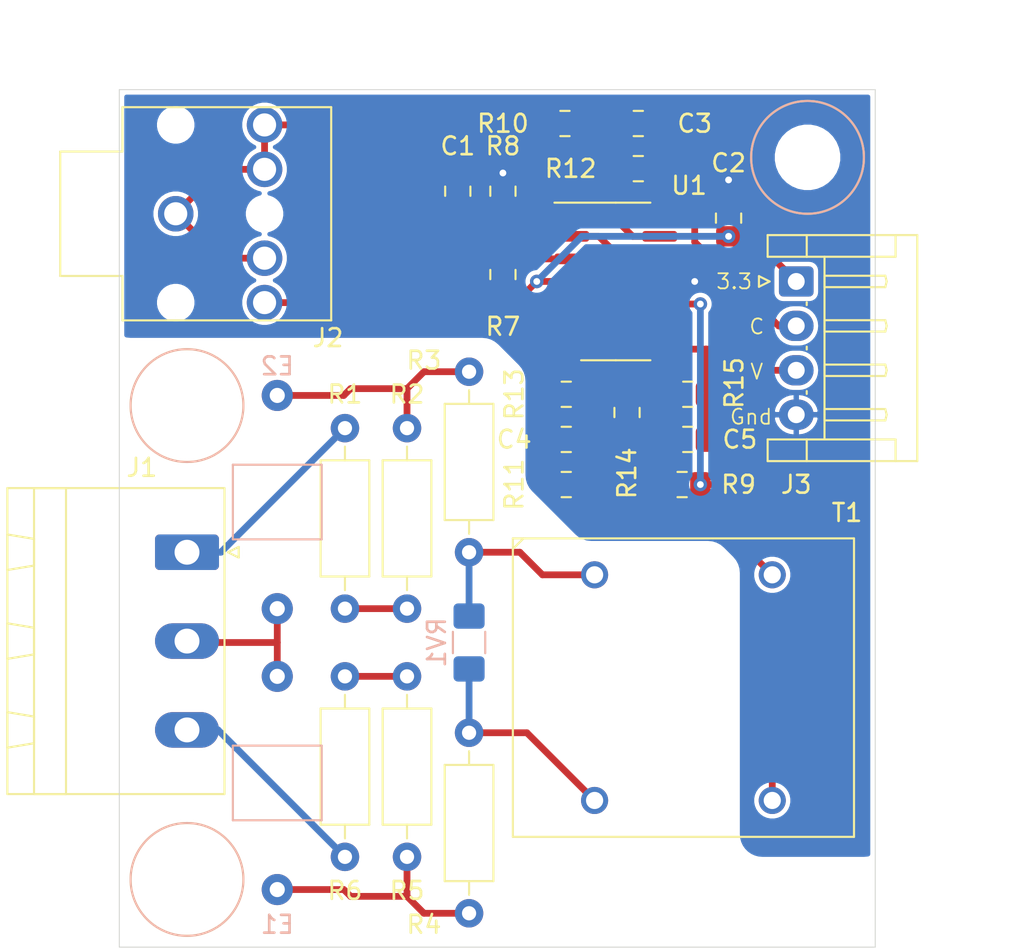
<source format=kicad_pcb>
(kicad_pcb (version 20171130) (host pcbnew "(5.1.9)-1")

  (general
    (thickness 1.6)
    (drawings 11)
    (tracks 134)
    (zones 0)
    (modules 31)
    (nets 22)
  )

  (page A4)
  (layers
    (0 F.Cu signal)
    (31 B.Cu signal)
    (32 B.Adhes user)
    (33 F.Adhes user)
    (34 B.Paste user)
    (35 F.Paste user)
    (36 B.SilkS user)
    (37 F.SilkS user)
    (38 B.Mask user)
    (39 F.Mask user)
    (40 Dwgs.User user)
    (41 Cmts.User user)
    (42 Eco1.User user)
    (43 Eco2.User user)
    (44 Edge.Cuts user)
    (45 Margin user)
    (46 B.CrtYd user)
    (47 F.CrtYd user)
    (48 B.Fab user hide)
    (49 F.Fab user hide)
  )

  (setup
    (last_trace_width 0.381)
    (user_trace_width 0.381)
    (trace_clearance 0.1524)
    (zone_clearance 0.254)
    (zone_45_only no)
    (trace_min 0.2)
    (via_size 0.762)
    (via_drill 0.381)
    (via_min_size 0.4)
    (via_min_drill 0.3)
    (user_via 0.635 0.381)
    (uvia_size 0.3)
    (uvia_drill 0.1)
    (uvias_allowed no)
    (uvia_min_size 0.2)
    (uvia_min_drill 0.1)
    (edge_width 0.05)
    (segment_width 0.2)
    (pcb_text_width 0.3)
    (pcb_text_size 1.5 1.5)
    (mod_edge_width 0.12)
    (mod_text_size 1 1)
    (mod_text_width 0.15)
    (pad_size 1.524 1.524)
    (pad_drill 0.762)
    (pad_to_mask_clearance 0.051)
    (solder_mask_min_width 0.25)
    (aux_axis_origin 0 0)
    (grid_origin 100.965 121.285)
    (visible_elements 7FFFFFFF)
    (pcbplotparams
      (layerselection 0x010fc_ffffffff)
      (usegerberextensions false)
      (usegerberattributes false)
      (usegerberadvancedattributes false)
      (creategerberjobfile false)
      (excludeedgelayer true)
      (linewidth 0.100000)
      (plotframeref false)
      (viasonmask false)
      (mode 1)
      (useauxorigin false)
      (hpglpennumber 1)
      (hpglpenspeed 20)
      (hpglpendiameter 15.000000)
      (psnegative false)
      (psa4output false)
      (plotreference true)
      (plotvalue true)
      (plotinvisibletext false)
      (padsonsilk false)
      (subtractmaskfromsilk false)
      (outputformat 1)
      (mirror false)
      (drillshape 0)
      (scaleselection 1)
      (outputdirectory ""))
  )

  (net 0 "")
  (net 1 GNDPWR)
  (net 2 GND)
  (net 3 +3V3)
  (net 4 /Ref)
  (net 5 /Amp+)
  (net 6 /AmpC-)
  (net 7 /COut)
  (net 8 /AmpV-)
  (net 9 /Anp0)
  (net 10 /AmpV1-)
  (net 11 /VOut)
  (net 12 /Cur+)
  (net 13 /L2B)
  (net 14 /L1B)
  (net 15 /L2)
  (net 16 /L1)
  (net 17 /L1A)
  (net 18 /L1C)
  (net 19 /L2C)
  (net 20 /L2A)
  (net 21 /In)

  (net_class Default "This is the default net class."
    (clearance 0.1524)
    (trace_width 0.381)
    (via_dia 0.762)
    (via_drill 0.381)
    (uvia_dia 0.3)
    (uvia_drill 0.1)
    (add_net +3V3)
    (add_net /Amp+)
    (add_net /AmpC-)
    (add_net /AmpV-)
    (add_net /AmpV1-)
    (add_net /Anp0)
    (add_net /COut)
    (add_net /Cur+)
    (add_net /In)
    (add_net /L1)
    (add_net /L1A)
    (add_net /L1B)
    (add_net /L1C)
    (add_net /L2)
    (add_net /L2A)
    (add_net /L2B)
    (add_net /L2C)
    (add_net /Ref)
    (add_net /VOut)
    (add_net GND)
    (add_net GNDPWR)
  )

  (module 0MiscParts:GDT-2035 (layer B.Cu) (tedit 5FBD1F05) (tstamp 5FB85EA2)
    (at 109.855 96.235 270)
    (path /5FDA6AE2)
    (fp_text reference E2 (at -7.6525 0 180) (layer B.SilkS)
      (effects (font (size 1 1) (thickness 0.15)) (justify mirror))
    )
    (fp_text value GDT (at 0 4.3 270) (layer B.Fab)
      (effects (font (size 1 1) (thickness 0.15)) (justify mirror))
    )
    (fp_line (start -2.1 2.5) (end 2.1 2.5) (layer B.SilkS) (width 0.12))
    (fp_line (start 2.1 2.5) (end 2.1 -2.5) (layer B.SilkS) (width 0.12))
    (fp_line (start 2.1 -2.5) (end -2.1 -2.5) (layer B.SilkS) (width 0.12))
    (fp_line (start -2.1 -2.5) (end -2.1 2.5) (layer B.SilkS) (width 0.12))
    (pad 2 thru_hole circle (at 6 0 270) (size 1.75 1.75) (drill 0.85) (layers *.Cu *.Mask)
      (net 1 GNDPWR))
    (pad 1 thru_hole circle (at -6 0 270) (size 1.75 1.75) (drill 0.85) (layers *.Cu *.Mask)
      (net 14 /L1B))
  )

  (module 0MiscParts:GDT-2035 (layer B.Cu) (tedit 5FBD1F05) (tstamp 5FBD2A3D)
    (at 109.855 112.045 90)
    (path /5F6EE87A)
    (fp_text reference E1 (at -7.97 0 180) (layer B.SilkS)
      (effects (font (size 1 1) (thickness 0.15)) (justify mirror))
    )
    (fp_text value GDT (at 0 4.3 270) (layer B.Fab)
      (effects (font (size 1 1) (thickness 0.15)) (justify mirror))
    )
    (fp_line (start -2.1 2.5) (end 2.1 2.5) (layer B.SilkS) (width 0.12))
    (fp_line (start 2.1 2.5) (end 2.1 -2.5) (layer B.SilkS) (width 0.12))
    (fp_line (start 2.1 -2.5) (end -2.1 -2.5) (layer B.SilkS) (width 0.12))
    (fp_line (start -2.1 -2.5) (end -2.1 2.5) (layer B.SilkS) (width 0.12))
    (pad 2 thru_hole circle (at 6 0 90) (size 1.75 1.75) (drill 0.85) (layers *.Cu *.Mask)
      (net 1 GNDPWR))
    (pad 1 thru_hole circle (at -6 0 90) (size 1.75 1.75) (drill 0.85) (layers *.Cu *.Mask)
      (net 13 /L2B))
  )

  (module Resistor_THT:R_Axial_DIN0207_L6.3mm_D2.5mm_P10.16mm_Horizontal (layer F.Cu) (tedit 5AE5139B) (tstamp 5F6BB563)
    (at 113.665 106.045 270)
    (descr "Resistor, Axial_DIN0207 series, Axial, Horizontal, pin pitch=10.16mm, 0.25W = 1/4W, length*diameter=6.3*2.5mm^2, http://cdn-reichelt.de/documents/datenblatt/B400/1_4W%23YAG.pdf")
    (tags "Resistor Axial_DIN0207 series Axial Horizontal pin pitch 10.16mm 0.25W = 1/4W length 6.3mm diameter 2.5mm")
    (path /5F6ECBDC)
    (fp_text reference R6 (at 12.065 0 180) (layer F.SilkS)
      (effects (font (size 1 1) (thickness 0.15)))
    )
    (fp_text value 21k (at 5.08 2.37 90) (layer F.Fab)
      (effects (font (size 1 1) (thickness 0.15)))
    )
    (fp_line (start 1.93 -1.25) (end 1.93 1.25) (layer F.Fab) (width 0.1))
    (fp_line (start 1.93 1.25) (end 8.23 1.25) (layer F.Fab) (width 0.1))
    (fp_line (start 8.23 1.25) (end 8.23 -1.25) (layer F.Fab) (width 0.1))
    (fp_line (start 8.23 -1.25) (end 1.93 -1.25) (layer F.Fab) (width 0.1))
    (fp_line (start 0 0) (end 1.93 0) (layer F.Fab) (width 0.1))
    (fp_line (start 10.16 0) (end 8.23 0) (layer F.Fab) (width 0.1))
    (fp_line (start 1.81 -1.37) (end 1.81 1.37) (layer F.SilkS) (width 0.12))
    (fp_line (start 1.81 1.37) (end 8.35 1.37) (layer F.SilkS) (width 0.12))
    (fp_line (start 8.35 1.37) (end 8.35 -1.37) (layer F.SilkS) (width 0.12))
    (fp_line (start 8.35 -1.37) (end 1.81 -1.37) (layer F.SilkS) (width 0.12))
    (fp_line (start 1.04 0) (end 1.81 0) (layer F.SilkS) (width 0.12))
    (fp_line (start 9.12 0) (end 8.35 0) (layer F.SilkS) (width 0.12))
    (fp_line (start -1.05 -1.5) (end -1.05 1.5) (layer F.CrtYd) (width 0.05))
    (fp_line (start -1.05 1.5) (end 11.21 1.5) (layer F.CrtYd) (width 0.05))
    (fp_line (start 11.21 1.5) (end 11.21 -1.5) (layer F.CrtYd) (width 0.05))
    (fp_line (start 11.21 -1.5) (end -1.05 -1.5) (layer F.CrtYd) (width 0.05))
    (fp_text user %R (at 5.08 0 90) (layer F.Fab)
      (effects (font (size 1 1) (thickness 0.15)))
    )
    (pad 2 thru_hole oval (at 10.16 0 270) (size 1.6 1.6) (drill 0.8) (layers *.Cu *.Mask)
      (net 15 /L2))
    (pad 1 thru_hole circle (at 0 0 270) (size 1.6 1.6) (drill 0.8) (layers *.Cu *.Mask)
      (net 20 /L2A))
    (model ${KISYS3DMOD}/Resistor_THT.3dshapes/R_Axial_DIN0207_L6.3mm_D2.5mm_P10.16mm_Horizontal.wrl
      (at (xyz 0 0 0))
      (scale (xyz 1 1 1))
      (rotate (xyz 0 0 0))
    )
  )

  (module Resistor_THT:R_Axial_DIN0207_L6.3mm_D2.5mm_P10.16mm_Horizontal (layer F.Cu) (tedit 5AE5139B) (tstamp 5FBD2307)
    (at 117.1575 116.205 90)
    (descr "Resistor, Axial_DIN0207 series, Axial, Horizontal, pin pitch=10.16mm, 0.25W = 1/4W, length*diameter=6.3*2.5mm^2, http://cdn-reichelt.de/documents/datenblatt/B400/1_4W%23YAG.pdf")
    (tags "Resistor Axial_DIN0207 series Axial Horizontal pin pitch 10.16mm 0.25W = 1/4W length 6.3mm diameter 2.5mm")
    (path /5F6ECBD6)
    (fp_text reference R5 (at -1.905 0 180) (layer F.SilkS)
      (effects (font (size 1 1) (thickness 0.15)))
    )
    (fp_text value 21k (at 5.08 2.37 90) (layer F.Fab)
      (effects (font (size 1 1) (thickness 0.15)))
    )
    (fp_line (start 1.93 -1.25) (end 1.93 1.25) (layer F.Fab) (width 0.1))
    (fp_line (start 1.93 1.25) (end 8.23 1.25) (layer F.Fab) (width 0.1))
    (fp_line (start 8.23 1.25) (end 8.23 -1.25) (layer F.Fab) (width 0.1))
    (fp_line (start 8.23 -1.25) (end 1.93 -1.25) (layer F.Fab) (width 0.1))
    (fp_line (start 0 0) (end 1.93 0) (layer F.Fab) (width 0.1))
    (fp_line (start 10.16 0) (end 8.23 0) (layer F.Fab) (width 0.1))
    (fp_line (start 1.81 -1.37) (end 1.81 1.37) (layer F.SilkS) (width 0.12))
    (fp_line (start 1.81 1.37) (end 8.35 1.37) (layer F.SilkS) (width 0.12))
    (fp_line (start 8.35 1.37) (end 8.35 -1.37) (layer F.SilkS) (width 0.12))
    (fp_line (start 8.35 -1.37) (end 1.81 -1.37) (layer F.SilkS) (width 0.12))
    (fp_line (start 1.04 0) (end 1.81 0) (layer F.SilkS) (width 0.12))
    (fp_line (start 9.12 0) (end 8.35 0) (layer F.SilkS) (width 0.12))
    (fp_line (start -1.05 -1.5) (end -1.05 1.5) (layer F.CrtYd) (width 0.05))
    (fp_line (start -1.05 1.5) (end 11.21 1.5) (layer F.CrtYd) (width 0.05))
    (fp_line (start 11.21 1.5) (end 11.21 -1.5) (layer F.CrtYd) (width 0.05))
    (fp_line (start 11.21 -1.5) (end -1.05 -1.5) (layer F.CrtYd) (width 0.05))
    (fp_text user %R (at 5.08 0 90) (layer F.Fab)
      (effects (font (size 1 1) (thickness 0.15)))
    )
    (pad 2 thru_hole oval (at 10.16 0 90) (size 1.6 1.6) (drill 0.8) (layers *.Cu *.Mask)
      (net 20 /L2A))
    (pad 1 thru_hole circle (at 0 0 90) (size 1.6 1.6) (drill 0.8) (layers *.Cu *.Mask)
      (net 13 /L2B))
    (model ${KISYS3DMOD}/Resistor_THT.3dshapes/R_Axial_DIN0207_L6.3mm_D2.5mm_P10.16mm_Horizontal.wrl
      (at (xyz 0 0 0))
      (scale (xyz 1 1 1))
      (rotate (xyz 0 0 0))
    )
  )

  (module Resistor_THT:R_Axial_DIN0207_L6.3mm_D2.5mm_P10.16mm_Horizontal (layer F.Cu) (tedit 5AE5139B) (tstamp 5F6BB535)
    (at 120.65 109.22 270)
    (descr "Resistor, Axial_DIN0207 series, Axial, Horizontal, pin pitch=10.16mm, 0.25W = 1/4W, length*diameter=6.3*2.5mm^2, http://cdn-reichelt.de/documents/datenblatt/B400/1_4W%23YAG.pdf")
    (tags "Resistor Axial_DIN0207 series Axial Horizontal pin pitch 10.16mm 0.25W = 1/4W length 6.3mm diameter 2.5mm")
    (path /5F6ECBD0)
    (fp_text reference R4 (at 10.795 2.54 180) (layer F.SilkS)
      (effects (font (size 1 1) (thickness 0.15)))
    )
    (fp_text value 21k (at 5.08 2.37 90) (layer F.Fab)
      (effects (font (size 1 1) (thickness 0.15)))
    )
    (fp_line (start 1.93 -1.25) (end 1.93 1.25) (layer F.Fab) (width 0.1))
    (fp_line (start 1.93 1.25) (end 8.23 1.25) (layer F.Fab) (width 0.1))
    (fp_line (start 8.23 1.25) (end 8.23 -1.25) (layer F.Fab) (width 0.1))
    (fp_line (start 8.23 -1.25) (end 1.93 -1.25) (layer F.Fab) (width 0.1))
    (fp_line (start 0 0) (end 1.93 0) (layer F.Fab) (width 0.1))
    (fp_line (start 10.16 0) (end 8.23 0) (layer F.Fab) (width 0.1))
    (fp_line (start 1.81 -1.37) (end 1.81 1.37) (layer F.SilkS) (width 0.12))
    (fp_line (start 1.81 1.37) (end 8.35 1.37) (layer F.SilkS) (width 0.12))
    (fp_line (start 8.35 1.37) (end 8.35 -1.37) (layer F.SilkS) (width 0.12))
    (fp_line (start 8.35 -1.37) (end 1.81 -1.37) (layer F.SilkS) (width 0.12))
    (fp_line (start 1.04 0) (end 1.81 0) (layer F.SilkS) (width 0.12))
    (fp_line (start 9.12 0) (end 8.35 0) (layer F.SilkS) (width 0.12))
    (fp_line (start -1.05 -1.5) (end -1.05 1.5) (layer F.CrtYd) (width 0.05))
    (fp_line (start -1.05 1.5) (end 11.21 1.5) (layer F.CrtYd) (width 0.05))
    (fp_line (start 11.21 1.5) (end 11.21 -1.5) (layer F.CrtYd) (width 0.05))
    (fp_line (start 11.21 -1.5) (end -1.05 -1.5) (layer F.CrtYd) (width 0.05))
    (fp_text user %R (at 5.08 0 90) (layer F.Fab)
      (effects (font (size 1 1) (thickness 0.15)))
    )
    (pad 2 thru_hole oval (at 10.16 0 270) (size 1.6 1.6) (drill 0.8) (layers *.Cu *.Mask)
      (net 13 /L2B))
    (pad 1 thru_hole circle (at 0 0 270) (size 1.6 1.6) (drill 0.8) (layers *.Cu *.Mask)
      (net 19 /L2C))
    (model ${KISYS3DMOD}/Resistor_THT.3dshapes/R_Axial_DIN0207_L6.3mm_D2.5mm_P10.16mm_Horizontal.wrl
      (at (xyz 0 0 0))
      (scale (xyz 1 1 1))
      (rotate (xyz 0 0 0))
    )
  )

  (module Resistor_THT:R_Axial_DIN0207_L6.3mm_D2.5mm_P10.16mm_Horizontal (layer F.Cu) (tedit 5AE5139B) (tstamp 5F6BB51E)
    (at 120.65 88.9 270)
    (descr "Resistor, Axial_DIN0207 series, Axial, Horizontal, pin pitch=10.16mm, 0.25W = 1/4W, length*diameter=6.3*2.5mm^2, http://cdn-reichelt.de/documents/datenblatt/B400/1_4W%23YAG.pdf")
    (tags "Resistor Axial_DIN0207 series Axial Horizontal pin pitch 10.16mm 0.25W = 1/4W length 6.3mm diameter 2.5mm")
    (path /5F6EA57A)
    (fp_text reference R3 (at -0.635 2.54 180) (layer F.SilkS)
      (effects (font (size 1 1) (thickness 0.15)))
    )
    (fp_text value 21k (at 5.08 2.37 90) (layer F.Fab)
      (effects (font (size 1 1) (thickness 0.15)))
    )
    (fp_line (start 1.93 -1.25) (end 1.93 1.25) (layer F.Fab) (width 0.1))
    (fp_line (start 1.93 1.25) (end 8.23 1.25) (layer F.Fab) (width 0.1))
    (fp_line (start 8.23 1.25) (end 8.23 -1.25) (layer F.Fab) (width 0.1))
    (fp_line (start 8.23 -1.25) (end 1.93 -1.25) (layer F.Fab) (width 0.1))
    (fp_line (start 0 0) (end 1.93 0) (layer F.Fab) (width 0.1))
    (fp_line (start 10.16 0) (end 8.23 0) (layer F.Fab) (width 0.1))
    (fp_line (start 1.81 -1.37) (end 1.81 1.37) (layer F.SilkS) (width 0.12))
    (fp_line (start 1.81 1.37) (end 8.35 1.37) (layer F.SilkS) (width 0.12))
    (fp_line (start 8.35 1.37) (end 8.35 -1.37) (layer F.SilkS) (width 0.12))
    (fp_line (start 8.35 -1.37) (end 1.81 -1.37) (layer F.SilkS) (width 0.12))
    (fp_line (start 1.04 0) (end 1.81 0) (layer F.SilkS) (width 0.12))
    (fp_line (start 9.12 0) (end 8.35 0) (layer F.SilkS) (width 0.12))
    (fp_line (start -1.05 -1.5) (end -1.05 1.5) (layer F.CrtYd) (width 0.05))
    (fp_line (start -1.05 1.5) (end 11.21 1.5) (layer F.CrtYd) (width 0.05))
    (fp_line (start 11.21 1.5) (end 11.21 -1.5) (layer F.CrtYd) (width 0.05))
    (fp_line (start 11.21 -1.5) (end -1.05 -1.5) (layer F.CrtYd) (width 0.05))
    (fp_text user %R (at 5.08 0 90) (layer F.Fab)
      (effects (font (size 1 1) (thickness 0.15)))
    )
    (pad 2 thru_hole oval (at 10.16 0 270) (size 1.6 1.6) (drill 0.8) (layers *.Cu *.Mask)
      (net 18 /L1C))
    (pad 1 thru_hole circle (at 0 0 270) (size 1.6 1.6) (drill 0.8) (layers *.Cu *.Mask)
      (net 14 /L1B))
    (model ${KISYS3DMOD}/Resistor_THT.3dshapes/R_Axial_DIN0207_L6.3mm_D2.5mm_P10.16mm_Horizontal.wrl
      (at (xyz 0 0 0))
      (scale (xyz 1 1 1))
      (rotate (xyz 0 0 0))
    )
  )

  (module Resistor_THT:R_Axial_DIN0207_L6.3mm_D2.5mm_P10.16mm_Horizontal (layer F.Cu) (tedit 5AE5139B) (tstamp 5F6BB507)
    (at 117.1575 102.235 90)
    (descr "Resistor, Axial_DIN0207 series, Axial, Horizontal, pin pitch=10.16mm, 0.25W = 1/4W, length*diameter=6.3*2.5mm^2, http://cdn-reichelt.de/documents/datenblatt/B400/1_4W%23YAG.pdf")
    (tags "Resistor Axial_DIN0207 series Axial Horizontal pin pitch 10.16mm 0.25W = 1/4W length 6.3mm diameter 2.5mm")
    (path /5F6EA3D7)
    (fp_text reference R2 (at 12.065 0 180) (layer F.SilkS)
      (effects (font (size 1 1) (thickness 0.15)))
    )
    (fp_text value 21k (at 5.08 2.37 90) (layer F.Fab)
      (effects (font (size 1 1) (thickness 0.15)))
    )
    (fp_line (start 1.93 -1.25) (end 1.93 1.25) (layer F.Fab) (width 0.1))
    (fp_line (start 1.93 1.25) (end 8.23 1.25) (layer F.Fab) (width 0.1))
    (fp_line (start 8.23 1.25) (end 8.23 -1.25) (layer F.Fab) (width 0.1))
    (fp_line (start 8.23 -1.25) (end 1.93 -1.25) (layer F.Fab) (width 0.1))
    (fp_line (start 0 0) (end 1.93 0) (layer F.Fab) (width 0.1))
    (fp_line (start 10.16 0) (end 8.23 0) (layer F.Fab) (width 0.1))
    (fp_line (start 1.81 -1.37) (end 1.81 1.37) (layer F.SilkS) (width 0.12))
    (fp_line (start 1.81 1.37) (end 8.35 1.37) (layer F.SilkS) (width 0.12))
    (fp_line (start 8.35 1.37) (end 8.35 -1.37) (layer F.SilkS) (width 0.12))
    (fp_line (start 8.35 -1.37) (end 1.81 -1.37) (layer F.SilkS) (width 0.12))
    (fp_line (start 1.04 0) (end 1.81 0) (layer F.SilkS) (width 0.12))
    (fp_line (start 9.12 0) (end 8.35 0) (layer F.SilkS) (width 0.12))
    (fp_line (start -1.05 -1.5) (end -1.05 1.5) (layer F.CrtYd) (width 0.05))
    (fp_line (start -1.05 1.5) (end 11.21 1.5) (layer F.CrtYd) (width 0.05))
    (fp_line (start 11.21 1.5) (end 11.21 -1.5) (layer F.CrtYd) (width 0.05))
    (fp_line (start 11.21 -1.5) (end -1.05 -1.5) (layer F.CrtYd) (width 0.05))
    (fp_text user %R (at 5.08 0 90) (layer F.Fab)
      (effects (font (size 1 1) (thickness 0.15)))
    )
    (pad 2 thru_hole oval (at 10.16 0 90) (size 1.6 1.6) (drill 0.8) (layers *.Cu *.Mask)
      (net 14 /L1B))
    (pad 1 thru_hole circle (at 0 0 90) (size 1.6 1.6) (drill 0.8) (layers *.Cu *.Mask)
      (net 17 /L1A))
    (model ${KISYS3DMOD}/Resistor_THT.3dshapes/R_Axial_DIN0207_L6.3mm_D2.5mm_P10.16mm_Horizontal.wrl
      (at (xyz 0 0 0))
      (scale (xyz 1 1 1))
      (rotate (xyz 0 0 0))
    )
  )

  (module Resistor_THT:R_Axial_DIN0207_L6.3mm_D2.5mm_P10.16mm_Horizontal (layer F.Cu) (tedit 5AE5139B) (tstamp 5F6BB4F0)
    (at 113.665 92.075 270)
    (descr "Resistor, Axial_DIN0207 series, Axial, Horizontal, pin pitch=10.16mm, 0.25W = 1/4W, length*diameter=6.3*2.5mm^2, http://cdn-reichelt.de/documents/datenblatt/B400/1_4W%23YAG.pdf")
    (tags "Resistor Axial_DIN0207 series Axial Horizontal pin pitch 10.16mm 0.25W = 1/4W length 6.3mm diameter 2.5mm")
    (path /5F6E9CF7)
    (fp_text reference R1 (at -1.905 0 180) (layer F.SilkS)
      (effects (font (size 1 1) (thickness 0.15)))
    )
    (fp_text value 21k (at 5.08 2.37 90) (layer F.Fab)
      (effects (font (size 1 1) (thickness 0.15)))
    )
    (fp_line (start 1.93 -1.25) (end 1.93 1.25) (layer F.Fab) (width 0.1))
    (fp_line (start 1.93 1.25) (end 8.23 1.25) (layer F.Fab) (width 0.1))
    (fp_line (start 8.23 1.25) (end 8.23 -1.25) (layer F.Fab) (width 0.1))
    (fp_line (start 8.23 -1.25) (end 1.93 -1.25) (layer F.Fab) (width 0.1))
    (fp_line (start 0 0) (end 1.93 0) (layer F.Fab) (width 0.1))
    (fp_line (start 10.16 0) (end 8.23 0) (layer F.Fab) (width 0.1))
    (fp_line (start 1.81 -1.37) (end 1.81 1.37) (layer F.SilkS) (width 0.12))
    (fp_line (start 1.81 1.37) (end 8.35 1.37) (layer F.SilkS) (width 0.12))
    (fp_line (start 8.35 1.37) (end 8.35 -1.37) (layer F.SilkS) (width 0.12))
    (fp_line (start 8.35 -1.37) (end 1.81 -1.37) (layer F.SilkS) (width 0.12))
    (fp_line (start 1.04 0) (end 1.81 0) (layer F.SilkS) (width 0.12))
    (fp_line (start 9.12 0) (end 8.35 0) (layer F.SilkS) (width 0.12))
    (fp_line (start -1.05 -1.5) (end -1.05 1.5) (layer F.CrtYd) (width 0.05))
    (fp_line (start -1.05 1.5) (end 11.21 1.5) (layer F.CrtYd) (width 0.05))
    (fp_line (start 11.21 1.5) (end 11.21 -1.5) (layer F.CrtYd) (width 0.05))
    (fp_line (start 11.21 -1.5) (end -1.05 -1.5) (layer F.CrtYd) (width 0.05))
    (fp_text user %R (at 5.08 0 90) (layer F.Fab)
      (effects (font (size 1 1) (thickness 0.15)))
    )
    (pad 2 thru_hole oval (at 10.16 0 270) (size 1.6 1.6) (drill 0.8) (layers *.Cu *.Mask)
      (net 17 /L1A))
    (pad 1 thru_hole circle (at 0 0 270) (size 1.6 1.6) (drill 0.8) (layers *.Cu *.Mask)
      (net 16 /L1))
    (model ${KISYS3DMOD}/Resistor_THT.3dshapes/R_Axial_DIN0207_L6.3mm_D2.5mm_P10.16mm_Horizontal.wrl
      (at (xyz 0 0 0))
      (scale (xyz 1 1 1))
      (rotate (xyz 0 0 0))
    )
  )

  (module "0MiscParts:MountingHole _1-8_1-4" (layer F.Cu) (tedit 5E4292CA) (tstamp 5F7051AC)
    (at 139.7 76.835)
    (path /5F80D54C)
    (fp_text reference H3 (at 0 2.032) (layer F.Fab)
      (effects (font (size 1 1) (thickness 0.15)))
    )
    (fp_text value MountingHole (at 0 -2.032) (layer F.Fab)
      (effects (font (size 1 1) (thickness 0.15)))
    )
    (fp_circle (center 0 0) (end 3.175 0) (layer F.SilkS) (width 0.12))
    (fp_circle (center 0 0) (end 3.175 0) (layer B.SilkS) (width 0.12))
    (pad "" np_thru_hole circle (at 0 0) (size 3.175 3.175) (drill 3.175) (layers *.Cu *.Mask))
  )

  (module Connector_JST:JST_EH_S4B-EH_1x04_P2.50mm_Horizontal (layer F.Cu) (tedit 5C281425) (tstamp 5F6F17A5)
    (at 139.065 83.82 270)
    (descr "JST EH series connector, S4B-EH (http://www.jst-mfg.com/product/pdf/eng/eEH.pdf), generated with kicad-footprint-generator")
    (tags "connector JST EH horizontal")
    (path /5F7B6803)
    (fp_text reference J3 (at 11.43 0 180) (layer F.SilkS)
      (effects (font (size 1 1) (thickness 0.15)))
    )
    (fp_text value Conn_01x04_Female (at 3.75 2.7 90) (layer F.Fab)
      (effects (font (size 1 1) (thickness 0.15)))
    )
    (fp_line (start -1.5 -0.7) (end -1.5 1.5) (layer F.Fab) (width 0.1))
    (fp_line (start -1.5 1.5) (end -2.5 1.5) (layer F.Fab) (width 0.1))
    (fp_line (start -2.5 1.5) (end -2.5 -6.7) (layer F.Fab) (width 0.1))
    (fp_line (start -2.5 -6.7) (end 10 -6.7) (layer F.Fab) (width 0.1))
    (fp_line (start 10 -6.7) (end 10 1.5) (layer F.Fab) (width 0.1))
    (fp_line (start 10 1.5) (end 9 1.5) (layer F.Fab) (width 0.1))
    (fp_line (start 9 1.5) (end 9 -0.7) (layer F.Fab) (width 0.1))
    (fp_line (start 9 -0.7) (end -1.5 -0.7) (layer F.Fab) (width 0.1))
    (fp_line (start -3 -7.2) (end -3 2) (layer F.CrtYd) (width 0.05))
    (fp_line (start -3 2) (end 10.5 2) (layer F.CrtYd) (width 0.05))
    (fp_line (start 10.5 2) (end 10.5 -7.2) (layer F.CrtYd) (width 0.05))
    (fp_line (start 10.5 -7.2) (end -3 -7.2) (layer F.CrtYd) (width 0.05))
    (fp_line (start -1.39 -0.59) (end -1.39 1.61) (layer F.SilkS) (width 0.12))
    (fp_line (start -1.39 1.61) (end -2.61 1.61) (layer F.SilkS) (width 0.12))
    (fp_line (start -2.61 1.61) (end -2.61 -6.81) (layer F.SilkS) (width 0.12))
    (fp_line (start -2.61 -6.81) (end 10.11 -6.81) (layer F.SilkS) (width 0.12))
    (fp_line (start 10.11 -6.81) (end 10.11 1.61) (layer F.SilkS) (width 0.12))
    (fp_line (start 10.11 1.61) (end 8.89 1.61) (layer F.SilkS) (width 0.12))
    (fp_line (start 8.89 1.61) (end 8.89 -0.59) (layer F.SilkS) (width 0.12))
    (fp_line (start -2.61 -5.59) (end -1.39 -5.59) (layer F.SilkS) (width 0.12))
    (fp_line (start -1.39 -5.59) (end -1.39 -0.59) (layer F.SilkS) (width 0.12))
    (fp_line (start -1.39 -0.59) (end -2.61 -0.59) (layer F.SilkS) (width 0.12))
    (fp_line (start 10.11 -5.59) (end 8.89 -5.59) (layer F.SilkS) (width 0.12))
    (fp_line (start 8.89 -5.59) (end 8.89 -0.59) (layer F.SilkS) (width 0.12))
    (fp_line (start 8.89 -0.59) (end 10.11 -0.59) (layer F.SilkS) (width 0.12))
    (fp_line (start -1.39 -1.59) (end 8.89 -1.59) (layer F.SilkS) (width 0.12))
    (fp_line (start 0 -1.59) (end -0.32 -1.59) (layer F.SilkS) (width 0.12))
    (fp_line (start -0.32 -1.59) (end -0.32 -5.01) (layer F.SilkS) (width 0.12))
    (fp_line (start -0.32 -5.01) (end 0 -5.09) (layer F.SilkS) (width 0.12))
    (fp_line (start 0 -5.09) (end 0.32 -5.01) (layer F.SilkS) (width 0.12))
    (fp_line (start 0.32 -5.01) (end 0.32 -1.59) (layer F.SilkS) (width 0.12))
    (fp_line (start 0.32 -1.59) (end 0 -1.59) (layer F.SilkS) (width 0.12))
    (fp_line (start 1.17 -0.59) (end 1.33 -0.59) (layer F.SilkS) (width 0.12))
    (fp_line (start 2.5 -1.59) (end 2.18 -1.59) (layer F.SilkS) (width 0.12))
    (fp_line (start 2.18 -1.59) (end 2.18 -5.01) (layer F.SilkS) (width 0.12))
    (fp_line (start 2.18 -5.01) (end 2.5 -5.09) (layer F.SilkS) (width 0.12))
    (fp_line (start 2.5 -5.09) (end 2.82 -5.01) (layer F.SilkS) (width 0.12))
    (fp_line (start 2.82 -5.01) (end 2.82 -1.59) (layer F.SilkS) (width 0.12))
    (fp_line (start 2.82 -1.59) (end 2.5 -1.59) (layer F.SilkS) (width 0.12))
    (fp_line (start 3.67 -0.59) (end 3.83 -0.59) (layer F.SilkS) (width 0.12))
    (fp_line (start 5 -1.59) (end 4.68 -1.59) (layer F.SilkS) (width 0.12))
    (fp_line (start 4.68 -1.59) (end 4.68 -5.01) (layer F.SilkS) (width 0.12))
    (fp_line (start 4.68 -5.01) (end 5 -5.09) (layer F.SilkS) (width 0.12))
    (fp_line (start 5 -5.09) (end 5.32 -5.01) (layer F.SilkS) (width 0.12))
    (fp_line (start 5.32 -5.01) (end 5.32 -1.59) (layer F.SilkS) (width 0.12))
    (fp_line (start 5.32 -1.59) (end 5 -1.59) (layer F.SilkS) (width 0.12))
    (fp_line (start 6.17 -0.59) (end 6.33 -0.59) (layer F.SilkS) (width 0.12))
    (fp_line (start 7.5 -1.59) (end 7.18 -1.59) (layer F.SilkS) (width 0.12))
    (fp_line (start 7.18 -1.59) (end 7.18 -5.01) (layer F.SilkS) (width 0.12))
    (fp_line (start 7.18 -5.01) (end 7.5 -5.09) (layer F.SilkS) (width 0.12))
    (fp_line (start 7.5 -5.09) (end 7.82 -5.01) (layer F.SilkS) (width 0.12))
    (fp_line (start 7.82 -5.01) (end 7.82 -1.59) (layer F.SilkS) (width 0.12))
    (fp_line (start 7.82 -1.59) (end 7.5 -1.59) (layer F.SilkS) (width 0.12))
    (fp_line (start 0 1.5) (end -0.3 2.1) (layer F.SilkS) (width 0.12))
    (fp_line (start -0.3 2.1) (end 0.3 2.1) (layer F.SilkS) (width 0.12))
    (fp_line (start 0.3 2.1) (end 0 1.5) (layer F.SilkS) (width 0.12))
    (fp_line (start -0.5 -0.7) (end 0 -1.407107) (layer F.Fab) (width 0.1))
    (fp_line (start 0 -1.407107) (end 0.5 -0.7) (layer F.Fab) (width 0.1))
    (fp_text user %R (at 3.75 -2.6 90) (layer F.Fab)
      (effects (font (size 1 1) (thickness 0.15)))
    )
    (pad 4 thru_hole oval (at 7.5 0 270) (size 1.7 1.95) (drill 0.95) (layers *.Cu *.Mask)
      (net 2 GND))
    (pad 3 thru_hole oval (at 5 0 270) (size 1.7 1.95) (drill 0.95) (layers *.Cu *.Mask)
      (net 11 /VOut))
    (pad 2 thru_hole oval (at 2.5 0 270) (size 1.7 1.95) (drill 0.95) (layers *.Cu *.Mask)
      (net 7 /COut))
    (pad 1 thru_hole roundrect (at 0 0 270) (size 1.7 1.95) (drill 0.95) (layers *.Cu *.Mask) (roundrect_rratio 0.147059)
      (net 3 +3V3))
    (model ${KISYS3DMOD}/Connector_JST.3dshapes/JST_EH_S4B-EH_1x04_P2.50mm_Horizontal.wrl
      (at (xyz 0 0 0))
      (scale (xyz 1 1 1))
      (rotate (xyz 0 0 0))
    )
  )

  (module Connector_Phoenix_MSTB:PhoenixContact_MSTBA_2,5_3-G_1x03_P5.00mm_Horizontal (layer F.Cu) (tedit 5B785046) (tstamp 5F6BB4D9)
    (at 104.775 99.06 270)
    (descr "Generic Phoenix Contact connector footprint for: MSTBA_2,5/3-G; number of pins: 03; pin pitch: 5.00mm; Angled || order number: 1757488 12A || order number: 1923762 16A (HC)")
    (tags "phoenix_contact connector MSTBA_01x03_G_5.00mm")
    (path /5F6EF20A)
    (fp_text reference J1 (at -4.7625 2.54 180) (layer F.SilkS)
      (effects (font (size 1 1) (thickness 0.15)))
    )
    (fp_text value Conn_01x03_Female (at 5 11.2 90) (layer F.Fab)
      (effects (font (size 1 1) (thickness 0.15)))
    )
    (fp_line (start -3.61 -2.11) (end -3.61 10.11) (layer F.SilkS) (width 0.12))
    (fp_line (start -3.61 10.11) (end 13.61 10.11) (layer F.SilkS) (width 0.12))
    (fp_line (start 13.61 10.11) (end 13.61 -2.11) (layer F.SilkS) (width 0.12))
    (fp_line (start 13.61 -2.11) (end -3.61 -2.11) (layer F.SilkS) (width 0.12))
    (fp_line (start -3.5 -2) (end -3.5 10) (layer F.Fab) (width 0.1))
    (fp_line (start -3.5 10) (end 13.5 10) (layer F.Fab) (width 0.1))
    (fp_line (start 13.5 10) (end 13.5 -2) (layer F.Fab) (width 0.1))
    (fp_line (start 13.5 -2) (end -3.5 -2) (layer F.Fab) (width 0.1))
    (fp_line (start -3.61 8.61) (end -3.61 6.81) (layer F.SilkS) (width 0.12))
    (fp_line (start -3.61 6.81) (end 13.61 6.81) (layer F.SilkS) (width 0.12))
    (fp_line (start 13.61 6.81) (end 13.61 8.61) (layer F.SilkS) (width 0.12))
    (fp_line (start 13.61 8.61) (end -3.61 8.61) (layer F.SilkS) (width 0.12))
    (fp_line (start -1 10.11) (end 1 10.11) (layer F.SilkS) (width 0.12))
    (fp_line (start 1 10.11) (end 0.75 8.61) (layer F.SilkS) (width 0.12))
    (fp_line (start 0.75 8.61) (end -0.75 8.61) (layer F.SilkS) (width 0.12))
    (fp_line (start -0.75 8.61) (end -1 10.11) (layer F.SilkS) (width 0.12))
    (fp_line (start 4 10.11) (end 6 10.11) (layer F.SilkS) (width 0.12))
    (fp_line (start 6 10.11) (end 5.75 8.61) (layer F.SilkS) (width 0.12))
    (fp_line (start 5.75 8.61) (end 4.25 8.61) (layer F.SilkS) (width 0.12))
    (fp_line (start 4.25 8.61) (end 4 10.11) (layer F.SilkS) (width 0.12))
    (fp_line (start 9 10.11) (end 11 10.11) (layer F.SilkS) (width 0.12))
    (fp_line (start 11 10.11) (end 10.75 8.61) (layer F.SilkS) (width 0.12))
    (fp_line (start 10.75 8.61) (end 9.25 8.61) (layer F.SilkS) (width 0.12))
    (fp_line (start 9.25 8.61) (end 9 10.11) (layer F.SilkS) (width 0.12))
    (fp_line (start -4 -2.5) (end -4 10.5) (layer F.CrtYd) (width 0.05))
    (fp_line (start -4 10.5) (end 14 10.5) (layer F.CrtYd) (width 0.05))
    (fp_line (start 14 10.5) (end 14 -2.5) (layer F.CrtYd) (width 0.05))
    (fp_line (start 14 -2.5) (end -4 -2.5) (layer F.CrtYd) (width 0.05))
    (fp_line (start 0.3 -2.91) (end 0 -2.31) (layer F.SilkS) (width 0.12))
    (fp_line (start 0 -2.31) (end -0.3 -2.91) (layer F.SilkS) (width 0.12))
    (fp_line (start -0.3 -2.91) (end 0.3 -2.91) (layer F.SilkS) (width 0.12))
    (fp_line (start 0.95 -2) (end 0 -0.5) (layer F.Fab) (width 0.1))
    (fp_line (start 0 -0.5) (end -0.95 -2) (layer F.Fab) (width 0.1))
    (fp_text user %R (at 5 -1.3 90) (layer F.Fab)
      (effects (font (size 1 1) (thickness 0.15)))
    )
    (pad 3 thru_hole oval (at 10 0 270) (size 2 3.6) (drill 1.4) (layers *.Cu *.Mask)
      (net 15 /L2))
    (pad 2 thru_hole oval (at 5 0 270) (size 2 3.6) (drill 1.4) (layers *.Cu *.Mask)
      (net 1 GNDPWR))
    (pad 1 thru_hole roundrect (at 0 0 270) (size 2 3.6) (drill 1.4) (layers *.Cu *.Mask) (roundrect_rratio 0.125)
      (net 16 /L1))
    (model ${KISYS3DMOD}/Connector_Phoenix_MSTB.3dshapes/PhoenixContact_MSTBA_2,5_3-G_1x03_P5.00mm_Horizontal.wrl
      (at (xyz 0 0 0))
      (scale (xyz 1 1 1))
      (rotate (xyz 0 0 0))
    )
  )

  (module Package_SO:SOIC-14_3.9x8.7mm_P1.27mm (layer F.Cu) (tedit 5D9F72B1) (tstamp 5F6E6856)
    (at 128.905 83.82)
    (descr "SOIC, 14 Pin (JEDEC MS-012AB, https://www.analog.com/media/en/package-pcb-resources/package/pkg_pdf/soic_narrow-r/r_14.pdf), generated with kicad-footprint-generator ipc_gullwing_generator.py")
    (tags "SOIC SO")
    (path /5F746672)
    (attr smd)
    (fp_text reference U1 (at 4.1275 -5.3975) (layer F.SilkS)
      (effects (font (size 1 1) (thickness 0.15)))
    )
    (fp_text value OPA4134 (at 0 5.28) (layer F.Fab)
      (effects (font (size 1 1) (thickness 0.15)))
    )
    (fp_line (start 0 4.435) (end 1.95 4.435) (layer F.SilkS) (width 0.12))
    (fp_line (start 0 4.435) (end -1.95 4.435) (layer F.SilkS) (width 0.12))
    (fp_line (start 0 -4.435) (end 1.95 -4.435) (layer F.SilkS) (width 0.12))
    (fp_line (start 0 -4.435) (end -3.45 -4.435) (layer F.SilkS) (width 0.12))
    (fp_line (start -0.975 -4.325) (end 1.95 -4.325) (layer F.Fab) (width 0.1))
    (fp_line (start 1.95 -4.325) (end 1.95 4.325) (layer F.Fab) (width 0.1))
    (fp_line (start 1.95 4.325) (end -1.95 4.325) (layer F.Fab) (width 0.1))
    (fp_line (start -1.95 4.325) (end -1.95 -3.35) (layer F.Fab) (width 0.1))
    (fp_line (start -1.95 -3.35) (end -0.975 -4.325) (layer F.Fab) (width 0.1))
    (fp_line (start -3.7 -4.58) (end -3.7 4.58) (layer F.CrtYd) (width 0.05))
    (fp_line (start -3.7 4.58) (end 3.7 4.58) (layer F.CrtYd) (width 0.05))
    (fp_line (start 3.7 4.58) (end 3.7 -4.58) (layer F.CrtYd) (width 0.05))
    (fp_line (start 3.7 -4.58) (end -3.7 -4.58) (layer F.CrtYd) (width 0.05))
    (fp_text user %R (at 0 0) (layer F.Fab)
      (effects (font (size 0.98 0.98) (thickness 0.15)))
    )
    (pad 14 smd roundrect (at 2.475 -3.81) (size 1.95 0.6) (layers F.Cu F.Paste F.Mask) (roundrect_rratio 0.25)
      (net 7 /COut))
    (pad 13 smd roundrect (at 2.475 -2.54) (size 1.95 0.6) (layers F.Cu F.Paste F.Mask) (roundrect_rratio 0.25)
      (net 6 /AmpC-))
    (pad 12 smd roundrect (at 2.475 -1.27) (size 1.95 0.6) (layers F.Cu F.Paste F.Mask) (roundrect_rratio 0.25)
      (net 5 /Amp+))
    (pad 11 smd roundrect (at 2.475 0) (size 1.95 0.6) (layers F.Cu F.Paste F.Mask) (roundrect_rratio 0.25)
      (net 2 GND))
    (pad 10 smd roundrect (at 2.475 1.27) (size 1.95 0.6) (layers F.Cu F.Paste F.Mask) (roundrect_rratio 0.25)
      (net 5 /Amp+))
    (pad 9 smd roundrect (at 2.475 2.54) (size 1.95 0.6) (layers F.Cu F.Paste F.Mask) (roundrect_rratio 0.25)
      (net 10 /AmpV1-))
    (pad 8 smd roundrect (at 2.475 3.81) (size 1.95 0.6) (layers F.Cu F.Paste F.Mask) (roundrect_rratio 0.25)
      (net 11 /VOut))
    (pad 7 smd roundrect (at -2.475 3.81) (size 1.95 0.6) (layers F.Cu F.Paste F.Mask) (roundrect_rratio 0.25)
      (net 9 /Anp0))
    (pad 6 smd roundrect (at -2.475 2.54) (size 1.95 0.6) (layers F.Cu F.Paste F.Mask) (roundrect_rratio 0.25)
      (net 8 /AmpV-))
    (pad 5 smd roundrect (at -2.475 1.27) (size 1.95 0.6) (layers F.Cu F.Paste F.Mask) (roundrect_rratio 0.25)
      (net 5 /Amp+))
    (pad 4 smd roundrect (at -2.475 0) (size 1.95 0.6) (layers F.Cu F.Paste F.Mask) (roundrect_rratio 0.25)
      (net 3 +3V3))
    (pad 3 smd roundrect (at -2.475 -1.27) (size 1.95 0.6) (layers F.Cu F.Paste F.Mask) (roundrect_rratio 0.25)
      (net 4 /Ref))
    (pad 2 smd roundrect (at -2.475 -2.54) (size 1.95 0.6) (layers F.Cu F.Paste F.Mask) (roundrect_rratio 0.25)
      (net 5 /Amp+))
    (pad 1 smd roundrect (at -2.475 -3.81) (size 1.95 0.6) (layers F.Cu F.Paste F.Mask) (roundrect_rratio 0.25)
      (net 5 /Amp+))
    (model ${KISYS3DMOD}/Package_SO.3dshapes/SOIC-14_3.9x8.7mm_P1.27mm.wrl
      (at (xyz 0 0 0))
      (scale (xyz 1 1 1))
      (rotate (xyz 0 0 0))
    )
  )

  (module Resistor_SMD:R_0805_2012Metric_Pad1.15x1.40mm_HandSolder (layer F.Cu) (tedit 5B36C52B) (tstamp 5F6E67F6)
    (at 132.96 90.17 180)
    (descr "Resistor SMD 0805 (2012 Metric), square (rectangular) end terminal, IPC_7351 nominal with elongated pad for handsoldering. (Body size source: https://docs.google.com/spreadsheets/d/1BsfQQcO9C6DZCsRaXUlFlo91Tg2WpOkGARC1WS5S8t0/edit?usp=sharing), generated with kicad-footprint-generator")
    (tags "resistor handsolder")
    (path /5F788330)
    (attr smd)
    (fp_text reference R15 (at -2.6125 0.635 90) (layer F.SilkS)
      (effects (font (size 1 1) (thickness 0.15)))
    )
    (fp_text value 300k (at 0 1.65) (layer F.Fab)
      (effects (font (size 1 1) (thickness 0.15)))
    )
    (fp_line (start -1 0.6) (end -1 -0.6) (layer F.Fab) (width 0.1))
    (fp_line (start -1 -0.6) (end 1 -0.6) (layer F.Fab) (width 0.1))
    (fp_line (start 1 -0.6) (end 1 0.6) (layer F.Fab) (width 0.1))
    (fp_line (start 1 0.6) (end -1 0.6) (layer F.Fab) (width 0.1))
    (fp_line (start -0.261252 -0.71) (end 0.261252 -0.71) (layer F.SilkS) (width 0.12))
    (fp_line (start -0.261252 0.71) (end 0.261252 0.71) (layer F.SilkS) (width 0.12))
    (fp_line (start -1.85 0.95) (end -1.85 -0.95) (layer F.CrtYd) (width 0.05))
    (fp_line (start -1.85 -0.95) (end 1.85 -0.95) (layer F.CrtYd) (width 0.05))
    (fp_line (start 1.85 -0.95) (end 1.85 0.95) (layer F.CrtYd) (width 0.05))
    (fp_line (start 1.85 0.95) (end -1.85 0.95) (layer F.CrtYd) (width 0.05))
    (fp_text user %R (at 0 0) (layer F.Fab)
      (effects (font (size 0.5 0.5) (thickness 0.08)))
    )
    (pad 2 smd roundrect (at 1.025 0 180) (size 1.15 1.4) (layers F.Cu F.Paste F.Mask) (roundrect_rratio 0.217391)
      (net 10 /AmpV1-))
    (pad 1 smd roundrect (at -1.025 0 180) (size 1.15 1.4) (layers F.Cu F.Paste F.Mask) (roundrect_rratio 0.217391)
      (net 11 /VOut))
    (model ${KISYS3DMOD}/Resistor_SMD.3dshapes/R_0805_2012Metric.wrl
      (at (xyz 0 0 0))
      (scale (xyz 1 1 1))
      (rotate (xyz 0 0 0))
    )
  )

  (module Resistor_SMD:R_0805_2012Metric_Pad1.15x1.40mm_HandSolder (layer F.Cu) (tedit 5B36C52B) (tstamp 5F6E67E5)
    (at 129.54 91.195 270)
    (descr "Resistor SMD 0805 (2012 Metric), square (rectangular) end terminal, IPC_7351 nominal with elongated pad for handsoldering. (Body size source: https://docs.google.com/spreadsheets/d/1BsfQQcO9C6DZCsRaXUlFlo91Tg2WpOkGARC1WS5S8t0/edit?usp=sharing), generated with kicad-footprint-generator")
    (tags "resistor handsolder")
    (path /5F78A470)
    (attr smd)
    (fp_text reference R14 (at 3.42 0 270) (layer F.SilkS)
      (effects (font (size 1 1) (thickness 0.15)))
    )
    (fp_text value 20k (at 0 1.65 90) (layer F.Fab)
      (effects (font (size 1 1) (thickness 0.15)))
    )
    (fp_line (start -1 0.6) (end -1 -0.6) (layer F.Fab) (width 0.1))
    (fp_line (start -1 -0.6) (end 1 -0.6) (layer F.Fab) (width 0.1))
    (fp_line (start 1 -0.6) (end 1 0.6) (layer F.Fab) (width 0.1))
    (fp_line (start 1 0.6) (end -1 0.6) (layer F.Fab) (width 0.1))
    (fp_line (start -0.261252 -0.71) (end 0.261252 -0.71) (layer F.SilkS) (width 0.12))
    (fp_line (start -0.261252 0.71) (end 0.261252 0.71) (layer F.SilkS) (width 0.12))
    (fp_line (start -1.85 0.95) (end -1.85 -0.95) (layer F.CrtYd) (width 0.05))
    (fp_line (start -1.85 -0.95) (end 1.85 -0.95) (layer F.CrtYd) (width 0.05))
    (fp_line (start 1.85 -0.95) (end 1.85 0.95) (layer F.CrtYd) (width 0.05))
    (fp_line (start 1.85 0.95) (end -1.85 0.95) (layer F.CrtYd) (width 0.05))
    (fp_text user %R (at 0 0 90) (layer F.Fab)
      (effects (font (size 0.5 0.5) (thickness 0.08)))
    )
    (pad 2 smd roundrect (at 1.025 0 270) (size 1.15 1.4) (layers F.Cu F.Paste F.Mask) (roundrect_rratio 0.217391)
      (net 9 /Anp0))
    (pad 1 smd roundrect (at -1.025 0 270) (size 1.15 1.4) (layers F.Cu F.Paste F.Mask) (roundrect_rratio 0.217391)
      (net 10 /AmpV1-))
    (model ${KISYS3DMOD}/Resistor_SMD.3dshapes/R_0805_2012Metric.wrl
      (at (xyz 0 0 0))
      (scale (xyz 1 1 1))
      (rotate (xyz 0 0 0))
    )
  )

  (module Resistor_SMD:R_0805_2012Metric_Pad1.15x1.40mm_HandSolder (layer F.Cu) (tedit 5B36C52B) (tstamp 5F6E67D4)
    (at 130.175 77.47 180)
    (descr "Resistor SMD 0805 (2012 Metric), square (rectangular) end terminal, IPC_7351 nominal with elongated pad for handsoldering. (Body size source: https://docs.google.com/spreadsheets/d/1BsfQQcO9C6DZCsRaXUlFlo91Tg2WpOkGARC1WS5S8t0/edit?usp=sharing), generated with kicad-footprint-generator")
    (tags "resistor handsolder")
    (path /5F724042)
    (attr smd)
    (fp_text reference R12 (at 3.81 0) (layer F.SilkS)
      (effects (font (size 1 1) (thickness 0.15)))
    )
    (fp_text value ~ (at 0 1.65) (layer F.Fab)
      (effects (font (size 1 1) (thickness 0.15)))
    )
    (fp_line (start -1 0.6) (end -1 -0.6) (layer F.Fab) (width 0.1))
    (fp_line (start -1 -0.6) (end 1 -0.6) (layer F.Fab) (width 0.1))
    (fp_line (start 1 -0.6) (end 1 0.6) (layer F.Fab) (width 0.1))
    (fp_line (start 1 0.6) (end -1 0.6) (layer F.Fab) (width 0.1))
    (fp_line (start -0.261252 -0.71) (end 0.261252 -0.71) (layer F.SilkS) (width 0.12))
    (fp_line (start -0.261252 0.71) (end 0.261252 0.71) (layer F.SilkS) (width 0.12))
    (fp_line (start -1.85 0.95) (end -1.85 -0.95) (layer F.CrtYd) (width 0.05))
    (fp_line (start -1.85 -0.95) (end 1.85 -0.95) (layer F.CrtYd) (width 0.05))
    (fp_line (start 1.85 -0.95) (end 1.85 0.95) (layer F.CrtYd) (width 0.05))
    (fp_line (start 1.85 0.95) (end -1.85 0.95) (layer F.CrtYd) (width 0.05))
    (fp_text user %R (at 0 0) (layer F.Fab)
      (effects (font (size 0.5 0.5) (thickness 0.08)))
    )
    (pad 2 smd roundrect (at 1.025 0 180) (size 1.15 1.4) (layers F.Cu F.Paste F.Mask) (roundrect_rratio 0.217391)
      (net 6 /AmpC-))
    (pad 1 smd roundrect (at -1.025 0 180) (size 1.15 1.4) (layers F.Cu F.Paste F.Mask) (roundrect_rratio 0.217391)
      (net 7 /COut))
    (model ${KISYS3DMOD}/Resistor_SMD.3dshapes/R_0805_2012Metric.wrl
      (at (xyz 0 0 0))
      (scale (xyz 1 1 1))
      (rotate (xyz 0 0 0))
    )
  )

  (module Resistor_SMD:R_0805_2012Metric_Pad1.15x1.40mm_HandSolder (layer F.Cu) (tedit 5B36C52B) (tstamp 5F6E67C3)
    (at 126.0475 74.93 180)
    (descr "Resistor SMD 0805 (2012 Metric), square (rectangular) end terminal, IPC_7351 nominal with elongated pad for handsoldering. (Body size source: https://docs.google.com/spreadsheets/d/1BsfQQcO9C6DZCsRaXUlFlo91Tg2WpOkGARC1WS5S8t0/edit?usp=sharing), generated with kicad-footprint-generator")
    (tags "resistor handsolder")
    (path /5F724048)
    (attr smd)
    (fp_text reference R10 (at 3.4925 0) (layer F.SilkS)
      (effects (font (size 1 1) (thickness 0.15)))
    )
    (fp_text value ~ (at 0 1.65) (layer F.Fab)
      (effects (font (size 1 1) (thickness 0.15)))
    )
    (fp_line (start -1 0.6) (end -1 -0.6) (layer F.Fab) (width 0.1))
    (fp_line (start -1 -0.6) (end 1 -0.6) (layer F.Fab) (width 0.1))
    (fp_line (start 1 -0.6) (end 1 0.6) (layer F.Fab) (width 0.1))
    (fp_line (start 1 0.6) (end -1 0.6) (layer F.Fab) (width 0.1))
    (fp_line (start -0.261252 -0.71) (end 0.261252 -0.71) (layer F.SilkS) (width 0.12))
    (fp_line (start -0.261252 0.71) (end 0.261252 0.71) (layer F.SilkS) (width 0.12))
    (fp_line (start -1.85 0.95) (end -1.85 -0.95) (layer F.CrtYd) (width 0.05))
    (fp_line (start -1.85 -0.95) (end 1.85 -0.95) (layer F.CrtYd) (width 0.05))
    (fp_line (start 1.85 -0.95) (end 1.85 0.95) (layer F.CrtYd) (width 0.05))
    (fp_line (start 1.85 0.95) (end -1.85 0.95) (layer F.CrtYd) (width 0.05))
    (fp_text user %R (at 0 0) (layer F.Fab)
      (effects (font (size 0.5 0.5) (thickness 0.08)))
    )
    (pad 2 smd roundrect (at 1.025 0 180) (size 1.15 1.4) (layers F.Cu F.Paste F.Mask) (roundrect_rratio 0.217391)
      (net 12 /Cur+))
    (pad 1 smd roundrect (at -1.025 0 180) (size 1.15 1.4) (layers F.Cu F.Paste F.Mask) (roundrect_rratio 0.217391)
      (net 6 /AmpC-))
    (model ${KISYS3DMOD}/Resistor_SMD.3dshapes/R_0805_2012Metric.wrl
      (at (xyz 0 0 0))
      (scale (xyz 1 1 1))
      (rotate (xyz 0 0 0))
    )
  )

  (module 0MiscParts:AudioJack (layer F.Cu) (tedit 5EE87795) (tstamp 5F6E65CF)
    (at 104.14 80.01)
    (path /5F724079)
    (fp_text reference J2 (at 8.5725 6.985) (layer F.SilkS)
      (effects (font (size 1 1) (thickness 0.15)))
    )
    (fp_text value STX-3120-5B (at -0.25 -7.5) (layer F.Fab)
      (effects (font (size 1 1) (thickness 0.15)))
    )
    (fp_line (start -6.5 -3.5) (end -6.5 3.5) (layer F.SilkS) (width 0.12))
    (fp_line (start -6.5 3.5) (end -3 3.5) (layer F.SilkS) (width 0.12))
    (fp_line (start -3 3.5) (end -3 6) (layer F.SilkS) (width 0.12))
    (fp_line (start -6.5 -3.5) (end -3 -3.5) (layer F.SilkS) (width 0.12))
    (fp_line (start -3 -3.5) (end -3 -6) (layer F.SilkS) (width 0.12))
    (fp_line (start -3 6) (end 8.75 6) (layer F.SilkS) (width 0.12))
    (fp_line (start 8.75 6) (end 8.75 -6) (layer F.SilkS) (width 0.12))
    (fp_line (start 8.75 -6) (end -3 -6) (layer F.SilkS) (width 0.12))
    (pad "" np_thru_hole circle (at 5 0) (size 1.6 1.6) (drill 1.6) (layers *.Cu *.Mask))
    (pad "" np_thru_hole circle (at 0 5) (size 1.6 1.6) (drill 1.6) (layers *.Cu *.Mask))
    (pad "" np_thru_hole circle (at 0 -5) (size 1.6 1.6) (drill 1.6) (layers *.Cu *.Mask))
    (pad 5 thru_hole circle (at 5 5) (size 2 2) (drill 1.3) (layers *.Cu *.Mask)
      (net 5 /Amp+))
    (pad 4 thru_hole circle (at 5 2.5) (size 2 2) (drill 1.3) (layers *.Cu *.Mask)
      (net 12 /Cur+))
    (pad 3 thru_hole circle (at 5 -2.5) (size 2 2) (drill 1.3) (layers *.Cu *.Mask)
      (net 12 /Cur+))
    (pad 2 thru_hole circle (at 5 -5) (size 2 2) (drill 1.3) (layers *.Cu *.Mask)
      (net 12 /Cur+))
    (pad 1 thru_hole circle (at 0 0) (size 2 2) (drill 1.3) (layers *.Cu *.Mask)
      (net 12 /Cur+))
  )

  (module Capacitor_SMD:C_0805_2012Metric_Pad1.15x1.40mm_HandSolder (layer F.Cu) (tedit 5B36C52B) (tstamp 5F6E649B)
    (at 132.96 92.71 180)
    (descr "Capacitor SMD 0805 (2012 Metric), square (rectangular) end terminal, IPC_7351 nominal with elongated pad for handsoldering. (Body size source: https://docs.google.com/spreadsheets/d/1BsfQQcO9C6DZCsRaXUlFlo91Tg2WpOkGARC1WS5S8t0/edit?usp=sharing), generated with kicad-footprint-generator")
    (tags "capacitor handsolder")
    (path /5F78833E)
    (attr smd)
    (fp_text reference C5 (at -2.93 0) (layer F.SilkS)
      (effects (font (size 1 1) (thickness 0.15)))
    )
    (fp_text value .001uf (at 0 1.65) (layer F.Fab)
      (effects (font (size 1 1) (thickness 0.15)))
    )
    (fp_line (start -1 0.6) (end -1 -0.6) (layer F.Fab) (width 0.1))
    (fp_line (start -1 -0.6) (end 1 -0.6) (layer F.Fab) (width 0.1))
    (fp_line (start 1 -0.6) (end 1 0.6) (layer F.Fab) (width 0.1))
    (fp_line (start 1 0.6) (end -1 0.6) (layer F.Fab) (width 0.1))
    (fp_line (start -0.261252 -0.71) (end 0.261252 -0.71) (layer F.SilkS) (width 0.12))
    (fp_line (start -0.261252 0.71) (end 0.261252 0.71) (layer F.SilkS) (width 0.12))
    (fp_line (start -1.85 0.95) (end -1.85 -0.95) (layer F.CrtYd) (width 0.05))
    (fp_line (start -1.85 -0.95) (end 1.85 -0.95) (layer F.CrtYd) (width 0.05))
    (fp_line (start 1.85 -0.95) (end 1.85 0.95) (layer F.CrtYd) (width 0.05))
    (fp_line (start 1.85 0.95) (end -1.85 0.95) (layer F.CrtYd) (width 0.05))
    (fp_text user %R (at 0 0) (layer F.Fab)
      (effects (font (size 0.5 0.5) (thickness 0.08)))
    )
    (pad 2 smd roundrect (at 1.025 0 180) (size 1.15 1.4) (layers F.Cu F.Paste F.Mask) (roundrect_rratio 0.217391)
      (net 10 /AmpV1-))
    (pad 1 smd roundrect (at -1.025 0 180) (size 1.15 1.4) (layers F.Cu F.Paste F.Mask) (roundrect_rratio 0.217391)
      (net 11 /VOut))
    (model ${KISYS3DMOD}/Capacitor_SMD.3dshapes/C_0805_2012Metric.wrl
      (at (xyz 0 0 0))
      (scale (xyz 1 1 1))
      (rotate (xyz 0 0 0))
    )
  )

  (module Capacitor_SMD:C_0805_2012Metric_Pad1.15x1.40mm_HandSolder (layer F.Cu) (tedit 5B36C52B) (tstamp 5F6E642A)
    (at 130.175 74.93 180)
    (descr "Capacitor SMD 0805 (2012 Metric), square (rectangular) end terminal, IPC_7351 nominal with elongated pad for handsoldering. (Body size source: https://docs.google.com/spreadsheets/d/1BsfQQcO9C6DZCsRaXUlFlo91Tg2WpOkGARC1WS5S8t0/edit?usp=sharing), generated with kicad-footprint-generator")
    (tags "capacitor handsolder")
    (path /5F724064)
    (attr smd)
    (fp_text reference C3 (at -3.175 0) (layer F.SilkS)
      (effects (font (size 1 1) (thickness 0.15)))
    )
    (fp_text value C (at 0 1.65) (layer F.Fab)
      (effects (font (size 1 1) (thickness 0.15)))
    )
    (fp_line (start -1 0.6) (end -1 -0.6) (layer F.Fab) (width 0.1))
    (fp_line (start -1 -0.6) (end 1 -0.6) (layer F.Fab) (width 0.1))
    (fp_line (start 1 -0.6) (end 1 0.6) (layer F.Fab) (width 0.1))
    (fp_line (start 1 0.6) (end -1 0.6) (layer F.Fab) (width 0.1))
    (fp_line (start -0.261252 -0.71) (end 0.261252 -0.71) (layer F.SilkS) (width 0.12))
    (fp_line (start -0.261252 0.71) (end 0.261252 0.71) (layer F.SilkS) (width 0.12))
    (fp_line (start -1.85 0.95) (end -1.85 -0.95) (layer F.CrtYd) (width 0.05))
    (fp_line (start -1.85 -0.95) (end 1.85 -0.95) (layer F.CrtYd) (width 0.05))
    (fp_line (start 1.85 -0.95) (end 1.85 0.95) (layer F.CrtYd) (width 0.05))
    (fp_line (start 1.85 0.95) (end -1.85 0.95) (layer F.CrtYd) (width 0.05))
    (fp_text user %R (at 0 0) (layer F.Fab)
      (effects (font (size 0.5 0.5) (thickness 0.08)))
    )
    (pad 2 smd roundrect (at 1.025 0 180) (size 1.15 1.4) (layers F.Cu F.Paste F.Mask) (roundrect_rratio 0.217391)
      (net 6 /AmpC-))
    (pad 1 smd roundrect (at -1.025 0 180) (size 1.15 1.4) (layers F.Cu F.Paste F.Mask) (roundrect_rratio 0.217391)
      (net 7 /COut))
    (model ${KISYS3DMOD}/Capacitor_SMD.3dshapes/C_0805_2012Metric.wrl
      (at (xyz 0 0 0))
      (scale (xyz 1 1 1))
      (rotate (xyz 0 0 0))
    )
  )

  (module Resistor_SMD:R_0805_2012Metric_Pad1.15x1.40mm_HandSolder (layer F.Cu) (tedit 5B36C52B) (tstamp 5F6DCDC3)
    (at 126.12 90.17 180)
    (descr "Resistor SMD 0805 (2012 Metric), square (rectangular) end terminal, IPC_7351 nominal with elongated pad for handsoldering. (Body size source: https://docs.google.com/spreadsheets/d/1BsfQQcO9C6DZCsRaXUlFlo91Tg2WpOkGARC1WS5S8t0/edit?usp=sharing), generated with kicad-footprint-generator")
    (tags "resistor handsolder")
    (path /5F6FFAB3)
    (attr smd)
    (fp_text reference R13 (at 2.93 0 90) (layer F.SilkS)
      (effects (font (size 1 1) (thickness 0.15)))
    )
    (fp_text value 300k (at 0 1.65) (layer F.Fab)
      (effects (font (size 1 1) (thickness 0.15)))
    )
    (fp_line (start -1 0.6) (end -1 -0.6) (layer F.Fab) (width 0.1))
    (fp_line (start -1 -0.6) (end 1 -0.6) (layer F.Fab) (width 0.1))
    (fp_line (start 1 -0.6) (end 1 0.6) (layer F.Fab) (width 0.1))
    (fp_line (start 1 0.6) (end -1 0.6) (layer F.Fab) (width 0.1))
    (fp_line (start -0.261252 -0.71) (end 0.261252 -0.71) (layer F.SilkS) (width 0.12))
    (fp_line (start -0.261252 0.71) (end 0.261252 0.71) (layer F.SilkS) (width 0.12))
    (fp_line (start -1.85 0.95) (end -1.85 -0.95) (layer F.CrtYd) (width 0.05))
    (fp_line (start -1.85 -0.95) (end 1.85 -0.95) (layer F.CrtYd) (width 0.05))
    (fp_line (start 1.85 -0.95) (end 1.85 0.95) (layer F.CrtYd) (width 0.05))
    (fp_line (start 1.85 0.95) (end -1.85 0.95) (layer F.CrtYd) (width 0.05))
    (fp_text user %R (at 0 0) (layer F.Fab)
      (effects (font (size 0.5 0.5) (thickness 0.08)))
    )
    (pad 2 smd roundrect (at 1.025 0 180) (size 1.15 1.4) (layers F.Cu F.Paste F.Mask) (roundrect_rratio 0.217391)
      (net 8 /AmpV-))
    (pad 1 smd roundrect (at -1.025 0 180) (size 1.15 1.4) (layers F.Cu F.Paste F.Mask) (roundrect_rratio 0.217391)
      (net 9 /Anp0))
    (model ${KISYS3DMOD}/Resistor_SMD.3dshapes/R_0805_2012Metric.wrl
      (at (xyz 0 0 0))
      (scale (xyz 1 1 1))
      (rotate (xyz 0 0 0))
    )
  )

  (module Resistor_SMD:R_0805_2012Metric_Pad1.15x1.40mm_HandSolder (layer F.Cu) (tedit 5B36C52B) (tstamp 5F6DCDB2)
    (at 126.12 95.25)
    (descr "Resistor SMD 0805 (2012 Metric), square (rectangular) end terminal, IPC_7351 nominal with elongated pad for handsoldering. (Body size source: https://docs.google.com/spreadsheets/d/1BsfQQcO9C6DZCsRaXUlFlo91Tg2WpOkGARC1WS5S8t0/edit?usp=sharing), generated with kicad-footprint-generator")
    (tags "resistor handsolder")
    (path /5F6FFA4A)
    (attr smd)
    (fp_text reference R11 (at -2.93 0 90) (layer F.SilkS)
      (effects (font (size 1 1) (thickness 0.15)))
    )
    (fp_text value 20k (at 0 1.65) (layer F.Fab)
      (effects (font (size 1 1) (thickness 0.15)))
    )
    (fp_line (start -1 0.6) (end -1 -0.6) (layer F.Fab) (width 0.1))
    (fp_line (start -1 -0.6) (end 1 -0.6) (layer F.Fab) (width 0.1))
    (fp_line (start 1 -0.6) (end 1 0.6) (layer F.Fab) (width 0.1))
    (fp_line (start 1 0.6) (end -1 0.6) (layer F.Fab) (width 0.1))
    (fp_line (start -0.261252 -0.71) (end 0.261252 -0.71) (layer F.SilkS) (width 0.12))
    (fp_line (start -0.261252 0.71) (end 0.261252 0.71) (layer F.SilkS) (width 0.12))
    (fp_line (start -1.85 0.95) (end -1.85 -0.95) (layer F.CrtYd) (width 0.05))
    (fp_line (start -1.85 -0.95) (end 1.85 -0.95) (layer F.CrtYd) (width 0.05))
    (fp_line (start 1.85 -0.95) (end 1.85 0.95) (layer F.CrtYd) (width 0.05))
    (fp_line (start 1.85 0.95) (end -1.85 0.95) (layer F.CrtYd) (width 0.05))
    (fp_text user %R (at 0 0) (layer F.Fab)
      (effects (font (size 0.5 0.5) (thickness 0.08)))
    )
    (pad 2 smd roundrect (at 1.025 0) (size 1.15 1.4) (layers F.Cu F.Paste F.Mask) (roundrect_rratio 0.217391)
      (net 21 /In))
    (pad 1 smd roundrect (at -1.025 0) (size 1.15 1.4) (layers F.Cu F.Paste F.Mask) (roundrect_rratio 0.217391)
      (net 8 /AmpV-))
    (model ${KISYS3DMOD}/Resistor_SMD.3dshapes/R_0805_2012Metric.wrl
      (at (xyz 0 0 0))
      (scale (xyz 1 1 1))
      (rotate (xyz 0 0 0))
    )
  )

  (module Resistor_SMD:R_0805_2012Metric_Pad1.15x1.40mm_HandSolder (layer F.Cu) (tedit 5B36C52B) (tstamp 5F6DCDA1)
    (at 132.6425 95.25 180)
    (descr "Resistor SMD 0805 (2012 Metric), square (rectangular) end terminal, IPC_7351 nominal with elongated pad for handsoldering. (Body size source: https://docs.google.com/spreadsheets/d/1BsfQQcO9C6DZCsRaXUlFlo91Tg2WpOkGARC1WS5S8t0/edit?usp=sharing), generated with kicad-footprint-generator")
    (tags "resistor handsolder")
    (path /5F71001A)
    (attr smd)
    (fp_text reference R9 (at -3.175 0) (layer F.SilkS)
      (effects (font (size 1 1) (thickness 0.15)))
    )
    (fp_text value 100 (at 0 1.65) (layer F.Fab)
      (effects (font (size 1 1) (thickness 0.15)))
    )
    (fp_line (start -1 0.6) (end -1 -0.6) (layer F.Fab) (width 0.1))
    (fp_line (start -1 -0.6) (end 1 -0.6) (layer F.Fab) (width 0.1))
    (fp_line (start 1 -0.6) (end 1 0.6) (layer F.Fab) (width 0.1))
    (fp_line (start 1 0.6) (end -1 0.6) (layer F.Fab) (width 0.1))
    (fp_line (start -0.261252 -0.71) (end 0.261252 -0.71) (layer F.SilkS) (width 0.12))
    (fp_line (start -0.261252 0.71) (end 0.261252 0.71) (layer F.SilkS) (width 0.12))
    (fp_line (start -1.85 0.95) (end -1.85 -0.95) (layer F.CrtYd) (width 0.05))
    (fp_line (start -1.85 -0.95) (end 1.85 -0.95) (layer F.CrtYd) (width 0.05))
    (fp_line (start 1.85 -0.95) (end 1.85 0.95) (layer F.CrtYd) (width 0.05))
    (fp_line (start 1.85 0.95) (end -1.85 0.95) (layer F.CrtYd) (width 0.05))
    (fp_text user %R (at 0 0) (layer F.Fab)
      (effects (font (size 0.5 0.5) (thickness 0.08)))
    )
    (pad 2 smd roundrect (at 1.025 0 180) (size 1.15 1.4) (layers F.Cu F.Paste F.Mask) (roundrect_rratio 0.217391)
      (net 21 /In))
    (pad 1 smd roundrect (at -1.025 0 180) (size 1.15 1.4) (layers F.Cu F.Paste F.Mask) (roundrect_rratio 0.217391)
      (net 5 /Amp+))
    (model ${KISYS3DMOD}/Resistor_SMD.3dshapes/R_0805_2012Metric.wrl
      (at (xyz 0 0 0))
      (scale (xyz 1 1 1))
      (rotate (xyz 0 0 0))
    )
  )

  (module Resistor_SMD:R_0805_2012Metric_Pad1.15x1.40mm_HandSolder (layer F.Cu) (tedit 5B36C52B) (tstamp 5F6DCD90)
    (at 122.555 78.74 270)
    (descr "Resistor SMD 0805 (2012 Metric), square (rectangular) end terminal, IPC_7351 nominal with elongated pad for handsoldering. (Body size source: https://docs.google.com/spreadsheets/d/1BsfQQcO9C6DZCsRaXUlFlo91Tg2WpOkGARC1WS5S8t0/edit?usp=sharing), generated with kicad-footprint-generator")
    (tags "resistor handsolder")
    (path /5F6FFA9A)
    (attr smd)
    (fp_text reference R8 (at -2.54 0 180) (layer F.SilkS)
      (effects (font (size 1 1) (thickness 0.15)))
    )
    (fp_text value 10k (at 0 1.65 90) (layer F.Fab)
      (effects (font (size 1 1) (thickness 0.15)))
    )
    (fp_line (start -1 0.6) (end -1 -0.6) (layer F.Fab) (width 0.1))
    (fp_line (start -1 -0.6) (end 1 -0.6) (layer F.Fab) (width 0.1))
    (fp_line (start 1 -0.6) (end 1 0.6) (layer F.Fab) (width 0.1))
    (fp_line (start 1 0.6) (end -1 0.6) (layer F.Fab) (width 0.1))
    (fp_line (start -0.261252 -0.71) (end 0.261252 -0.71) (layer F.SilkS) (width 0.12))
    (fp_line (start -0.261252 0.71) (end 0.261252 0.71) (layer F.SilkS) (width 0.12))
    (fp_line (start -1.85 0.95) (end -1.85 -0.95) (layer F.CrtYd) (width 0.05))
    (fp_line (start -1.85 -0.95) (end 1.85 -0.95) (layer F.CrtYd) (width 0.05))
    (fp_line (start 1.85 -0.95) (end 1.85 0.95) (layer F.CrtYd) (width 0.05))
    (fp_line (start 1.85 0.95) (end -1.85 0.95) (layer F.CrtYd) (width 0.05))
    (fp_text user %R (at 0 0 90) (layer F.Fab)
      (effects (font (size 0.5 0.5) (thickness 0.08)))
    )
    (pad 2 smd roundrect (at 1.025 0 270) (size 1.15 1.4) (layers F.Cu F.Paste F.Mask) (roundrect_rratio 0.217391)
      (net 4 /Ref))
    (pad 1 smd roundrect (at -1.025 0 270) (size 1.15 1.4) (layers F.Cu F.Paste F.Mask) (roundrect_rratio 0.217391)
      (net 2 GND))
    (model ${KISYS3DMOD}/Resistor_SMD.3dshapes/R_0805_2012Metric.wrl
      (at (xyz 0 0 0))
      (scale (xyz 1 1 1))
      (rotate (xyz 0 0 0))
    )
  )

  (module Resistor_SMD:R_0805_2012Metric_Pad1.15x1.40mm_HandSolder (layer F.Cu) (tedit 5B36C52B) (tstamp 5F6DCD7F)
    (at 122.555 83.43 270)
    (descr "Resistor SMD 0805 (2012 Metric), square (rectangular) end terminal, IPC_7351 nominal with elongated pad for handsoldering. (Body size source: https://docs.google.com/spreadsheets/d/1BsfQQcO9C6DZCsRaXUlFlo91Tg2WpOkGARC1WS5S8t0/edit?usp=sharing), generated with kicad-footprint-generator")
    (tags "resistor handsolder")
    (path /5F6FFA89)
    (attr smd)
    (fp_text reference R7 (at 2.93 0 180) (layer F.SilkS)
      (effects (font (size 1 1) (thickness 0.15)))
    )
    (fp_text value 10k (at 0 1.65 90) (layer F.Fab)
      (effects (font (size 1 1) (thickness 0.15)))
    )
    (fp_line (start -1 0.6) (end -1 -0.6) (layer F.Fab) (width 0.1))
    (fp_line (start -1 -0.6) (end 1 -0.6) (layer F.Fab) (width 0.1))
    (fp_line (start 1 -0.6) (end 1 0.6) (layer F.Fab) (width 0.1))
    (fp_line (start 1 0.6) (end -1 0.6) (layer F.Fab) (width 0.1))
    (fp_line (start -0.261252 -0.71) (end 0.261252 -0.71) (layer F.SilkS) (width 0.12))
    (fp_line (start -0.261252 0.71) (end 0.261252 0.71) (layer F.SilkS) (width 0.12))
    (fp_line (start -1.85 0.95) (end -1.85 -0.95) (layer F.CrtYd) (width 0.05))
    (fp_line (start -1.85 -0.95) (end 1.85 -0.95) (layer F.CrtYd) (width 0.05))
    (fp_line (start 1.85 -0.95) (end 1.85 0.95) (layer F.CrtYd) (width 0.05))
    (fp_line (start 1.85 0.95) (end -1.85 0.95) (layer F.CrtYd) (width 0.05))
    (fp_text user %R (at 0 0 90) (layer F.Fab)
      (effects (font (size 0.5 0.5) (thickness 0.08)))
    )
    (pad 2 smd roundrect (at 1.025 0 270) (size 1.15 1.4) (layers F.Cu F.Paste F.Mask) (roundrect_rratio 0.217391)
      (net 3 +3V3))
    (pad 1 smd roundrect (at -1.025 0 270) (size 1.15 1.4) (layers F.Cu F.Paste F.Mask) (roundrect_rratio 0.217391)
      (net 4 /Ref))
    (model ${KISYS3DMOD}/Resistor_SMD.3dshapes/R_0805_2012Metric.wrl
      (at (xyz 0 0 0))
      (scale (xyz 1 1 1))
      (rotate (xyz 0 0 0))
    )
  )

  (module "0MiscParts:MountingHole _1-8_1-4" (layer F.Cu) (tedit 5E4292CA) (tstamp 5F6DCBA9)
    (at 104.775 90.805)
    (path /5F6FFA6E)
    (fp_text reference H2 (at 0 2.032) (layer F.Fab)
      (effects (font (size 1 1) (thickness 0.15)))
    )
    (fp_text value MountingHole (at 0 -2.032) (layer F.Fab)
      (effects (font (size 1 1) (thickness 0.15)))
    )
    (fp_circle (center 0 0) (end 3.175 0) (layer F.SilkS) (width 0.12))
    (fp_circle (center 0 0) (end 3.175 0) (layer B.SilkS) (width 0.12))
    (pad "" np_thru_hole circle (at 0 0) (size 3.175 3.175) (drill 3.175) (layers *.Cu *.Mask))
  )

  (module "0MiscParts:MountingHole _1-8_1-4" (layer F.Cu) (tedit 5E4292CA) (tstamp 5F6DCBA2)
    (at 104.775 117.475)
    (path /5F6FFA68)
    (fp_text reference H1 (at 0 2.032) (layer F.Fab)
      (effects (font (size 1 1) (thickness 0.15)))
    )
    (fp_text value MountingHole (at 0 -2.032) (layer F.Fab)
      (effects (font (size 1 1) (thickness 0.15)))
    )
    (fp_circle (center 0 0) (end 3.175 0) (layer F.SilkS) (width 0.12))
    (fp_circle (center 0 0) (end 3.175 0) (layer B.SilkS) (width 0.12))
    (pad "" np_thru_hole circle (at 0 0) (size 3.175 3.175) (drill 3.175) (layers *.Cu *.Mask))
  )

  (module Capacitor_SMD:C_0805_2012Metric_Pad1.15x1.40mm_HandSolder (layer F.Cu) (tedit 5B36C52B) (tstamp 5F6DCB89)
    (at 126.12 92.71 180)
    (descr "Capacitor SMD 0805 (2012 Metric), square (rectangular) end terminal, IPC_7351 nominal with elongated pad for handsoldering. (Body size source: https://docs.google.com/spreadsheets/d/1BsfQQcO9C6DZCsRaXUlFlo91Tg2WpOkGARC1WS5S8t0/edit?usp=sharing), generated with kicad-footprint-generator")
    (tags "capacitor handsolder")
    (path /5F6FFAEA)
    (attr smd)
    (fp_text reference C4 (at 2.93 0) (layer F.SilkS)
      (effects (font (size 1 1) (thickness 0.15)))
    )
    (fp_text value .001uf (at 0 1.65) (layer F.Fab)
      (effects (font (size 1 1) (thickness 0.15)))
    )
    (fp_line (start -1 0.6) (end -1 -0.6) (layer F.Fab) (width 0.1))
    (fp_line (start -1 -0.6) (end 1 -0.6) (layer F.Fab) (width 0.1))
    (fp_line (start 1 -0.6) (end 1 0.6) (layer F.Fab) (width 0.1))
    (fp_line (start 1 0.6) (end -1 0.6) (layer F.Fab) (width 0.1))
    (fp_line (start -0.261252 -0.71) (end 0.261252 -0.71) (layer F.SilkS) (width 0.12))
    (fp_line (start -0.261252 0.71) (end 0.261252 0.71) (layer F.SilkS) (width 0.12))
    (fp_line (start -1.85 0.95) (end -1.85 -0.95) (layer F.CrtYd) (width 0.05))
    (fp_line (start -1.85 -0.95) (end 1.85 -0.95) (layer F.CrtYd) (width 0.05))
    (fp_line (start 1.85 -0.95) (end 1.85 0.95) (layer F.CrtYd) (width 0.05))
    (fp_line (start 1.85 0.95) (end -1.85 0.95) (layer F.CrtYd) (width 0.05))
    (fp_text user %R (at 0 0) (layer F.Fab)
      (effects (font (size 0.5 0.5) (thickness 0.08)))
    )
    (pad 2 smd roundrect (at 1.025 0 180) (size 1.15 1.4) (layers F.Cu F.Paste F.Mask) (roundrect_rratio 0.217391)
      (net 8 /AmpV-))
    (pad 1 smd roundrect (at -1.025 0 180) (size 1.15 1.4) (layers F.Cu F.Paste F.Mask) (roundrect_rratio 0.217391)
      (net 9 /Anp0))
    (model ${KISYS3DMOD}/Capacitor_SMD.3dshapes/C_0805_2012Metric.wrl
      (at (xyz 0 0 0))
      (scale (xyz 1 1 1))
      (rotate (xyz 0 0 0))
    )
  )

  (module Capacitor_SMD:C_0805_2012Metric_Pad1.15x1.40mm_HandSolder (layer F.Cu) (tedit 5B36C52B) (tstamp 5F6DCB78)
    (at 135.255 80.255 90)
    (descr "Capacitor SMD 0805 (2012 Metric), square (rectangular) end terminal, IPC_7351 nominal with elongated pad for handsoldering. (Body size source: https://docs.google.com/spreadsheets/d/1BsfQQcO9C6DZCsRaXUlFlo91Tg2WpOkGARC1WS5S8t0/edit?usp=sharing), generated with kicad-footprint-generator")
    (tags "capacitor handsolder")
    (path /5F6FFACA)
    (attr smd)
    (fp_text reference C2 (at 3.1025 0 180) (layer F.SilkS)
      (effects (font (size 1 1) (thickness 0.15)))
    )
    (fp_text value .1uf (at 0 1.65 90) (layer F.Fab)
      (effects (font (size 1 1) (thickness 0.15)))
    )
    (fp_line (start -1 0.6) (end -1 -0.6) (layer F.Fab) (width 0.1))
    (fp_line (start -1 -0.6) (end 1 -0.6) (layer F.Fab) (width 0.1))
    (fp_line (start 1 -0.6) (end 1 0.6) (layer F.Fab) (width 0.1))
    (fp_line (start 1 0.6) (end -1 0.6) (layer F.Fab) (width 0.1))
    (fp_line (start -0.261252 -0.71) (end 0.261252 -0.71) (layer F.SilkS) (width 0.12))
    (fp_line (start -0.261252 0.71) (end 0.261252 0.71) (layer F.SilkS) (width 0.12))
    (fp_line (start -1.85 0.95) (end -1.85 -0.95) (layer F.CrtYd) (width 0.05))
    (fp_line (start -1.85 -0.95) (end 1.85 -0.95) (layer F.CrtYd) (width 0.05))
    (fp_line (start 1.85 -0.95) (end 1.85 0.95) (layer F.CrtYd) (width 0.05))
    (fp_line (start 1.85 0.95) (end -1.85 0.95) (layer F.CrtYd) (width 0.05))
    (fp_text user %R (at 0 0 90) (layer F.Fab)
      (effects (font (size 0.5 0.5) (thickness 0.08)))
    )
    (pad 2 smd roundrect (at 1.025 0 90) (size 1.15 1.4) (layers F.Cu F.Paste F.Mask) (roundrect_rratio 0.217391)
      (net 2 GND))
    (pad 1 smd roundrect (at -1.025 0 90) (size 1.15 1.4) (layers F.Cu F.Paste F.Mask) (roundrect_rratio 0.217391)
      (net 3 +3V3))
    (model ${KISYS3DMOD}/Capacitor_SMD.3dshapes/C_0805_2012Metric.wrl
      (at (xyz 0 0 0))
      (scale (xyz 1 1 1))
      (rotate (xyz 0 0 0))
    )
  )

  (module Capacitor_SMD:C_0805_2012Metric_Pad1.15x1.40mm_HandSolder (layer F.Cu) (tedit 5B36C52B) (tstamp 5F6DCB67)
    (at 120.015 78.74 90)
    (descr "Capacitor SMD 0805 (2012 Metric), square (rectangular) end terminal, IPC_7351 nominal with elongated pad for handsoldering. (Body size source: https://docs.google.com/spreadsheets/d/1BsfQQcO9C6DZCsRaXUlFlo91Tg2WpOkGARC1WS5S8t0/edit?usp=sharing), generated with kicad-footprint-generator")
    (tags "capacitor handsolder")
    (path /5F6FFA8F)
    (attr smd)
    (fp_text reference C1 (at 2.54 0 180) (layer F.SilkS)
      (effects (font (size 1 1) (thickness 0.15)))
    )
    (fp_text value 1uf (at 0 1.65 90) (layer F.Fab)
      (effects (font (size 1 1) (thickness 0.15)))
    )
    (fp_line (start -1 0.6) (end -1 -0.6) (layer F.Fab) (width 0.1))
    (fp_line (start -1 -0.6) (end 1 -0.6) (layer F.Fab) (width 0.1))
    (fp_line (start 1 -0.6) (end 1 0.6) (layer F.Fab) (width 0.1))
    (fp_line (start 1 0.6) (end -1 0.6) (layer F.Fab) (width 0.1))
    (fp_line (start -0.261252 -0.71) (end 0.261252 -0.71) (layer F.SilkS) (width 0.12))
    (fp_line (start -0.261252 0.71) (end 0.261252 0.71) (layer F.SilkS) (width 0.12))
    (fp_line (start -1.85 0.95) (end -1.85 -0.95) (layer F.CrtYd) (width 0.05))
    (fp_line (start -1.85 -0.95) (end 1.85 -0.95) (layer F.CrtYd) (width 0.05))
    (fp_line (start 1.85 -0.95) (end 1.85 0.95) (layer F.CrtYd) (width 0.05))
    (fp_line (start 1.85 0.95) (end -1.85 0.95) (layer F.CrtYd) (width 0.05))
    (fp_text user %R (at 0 0 90) (layer F.Fab)
      (effects (font (size 0.5 0.5) (thickness 0.08)))
    )
    (pad 2 smd roundrect (at 1.025 0 90) (size 1.15 1.4) (layers F.Cu F.Paste F.Mask) (roundrect_rratio 0.217391)
      (net 2 GND))
    (pad 1 smd roundrect (at -1.025 0 90) (size 1.15 1.4) (layers F.Cu F.Paste F.Mask) (roundrect_rratio 0.217391)
      (net 4 /Ref))
    (model ${KISYS3DMOD}/Capacitor_SMD.3dshapes/C_0805_2012Metric.wrl
      (at (xyz 0 0 0))
      (scale (xyz 1 1 1))
      (rotate (xyz 0 0 0))
    )
  )

  (module Resistor_SMD:R_1206_3216Metric_Pad1.42x1.75mm_HandSolder (layer B.Cu) (tedit 5B301BBD) (tstamp 5F6C6FF0)
    (at 120.65 104.14 270)
    (descr "Resistor SMD 1206 (3216 Metric), square (rectangular) end terminal, IPC_7351 nominal with elongated pad for handsoldering. (Body size source: http://www.tortai-tech.com/upload/download/2011102023233369053.pdf), generated with kicad-footprint-generator")
    (tags "resistor handsolder")
    (path /5F6ECE79)
    (attr smd)
    (fp_text reference RV1 (at 0 1.82 270) (layer B.SilkS)
      (effects (font (size 1 1) (thickness 0.15)) (justify mirror))
    )
    (fp_text value MOV (at 0 -1.82 270) (layer B.Fab)
      (effects (font (size 1 1) (thickness 0.15)) (justify mirror))
    )
    (fp_line (start -1.6 -0.8) (end -1.6 0.8) (layer B.Fab) (width 0.1))
    (fp_line (start -1.6 0.8) (end 1.6 0.8) (layer B.Fab) (width 0.1))
    (fp_line (start 1.6 0.8) (end 1.6 -0.8) (layer B.Fab) (width 0.1))
    (fp_line (start 1.6 -0.8) (end -1.6 -0.8) (layer B.Fab) (width 0.1))
    (fp_line (start -0.602064 0.91) (end 0.602064 0.91) (layer B.SilkS) (width 0.12))
    (fp_line (start -0.602064 -0.91) (end 0.602064 -0.91) (layer B.SilkS) (width 0.12))
    (fp_line (start -2.45 -1.12) (end -2.45 1.12) (layer B.CrtYd) (width 0.05))
    (fp_line (start -2.45 1.12) (end 2.45 1.12) (layer B.CrtYd) (width 0.05))
    (fp_line (start 2.45 1.12) (end 2.45 -1.12) (layer B.CrtYd) (width 0.05))
    (fp_line (start 2.45 -1.12) (end -2.45 -1.12) (layer B.CrtYd) (width 0.05))
    (fp_text user %R (at 0 0 270) (layer B.Fab)
      (effects (font (size 0.8 0.8) (thickness 0.12)) (justify mirror))
    )
    (pad 2 smd roundrect (at 1.4875 0 270) (size 1.425 1.75) (layers B.Cu B.Paste B.Mask) (roundrect_rratio 0.175439)
      (net 19 /L2C))
    (pad 1 smd roundrect (at -1.4875 0 270) (size 1.425 1.75) (layers B.Cu B.Paste B.Mask) (roundrect_rratio 0.175439)
      (net 18 /L1C))
    (model ${KISYS3DMOD}/Resistor_SMD.3dshapes/R_1206_3216Metric.wrl
      (at (xyz 0 0 0))
      (scale (xyz 1 1 1))
      (rotate (xyz 0 0 0))
    )
  )

  (module 0MiscParts:ZMPT101B (layer F.Cu) (tedit 5F4533EA) (tstamp 5F6BB574)
    (at 132.715 106.68)
    (path /5F6E8DE0)
    (fp_text reference T1 (at 9.2075 -9.8425) (layer F.SilkS)
      (effects (font (size 1 1) (thickness 0.15)))
    )
    (fp_text value Transformer_1P_1S (at 0.1778 -11.4554) (layer F.Fab)
      (effects (font (size 1 1) (thickness 0.15)))
    )
    (fp_line (start -9.6 -8.4) (end 9.6 -8.4) (layer F.SilkS) (width 0.12))
    (fp_line (start 9.6 -8.4) (end 9.6 8.4) (layer F.SilkS) (width 0.12))
    (fp_line (start 9.6 8.4) (end -9.6 8.4) (layer F.SilkS) (width 0.12))
    (fp_line (start -9.6 8.4) (end -9.6 -8.4) (layer F.SilkS) (width 0.12))
    (fp_line (start -10 -8.8) (end 10 -8.8) (layer F.CrtYd) (width 0.12))
    (fp_line (start 10 -8.8) (end 10 8.8) (layer F.CrtYd) (width 0.12))
    (fp_line (start 10 8.8) (end -10 8.8) (layer F.CrtYd) (width 0.12))
    (fp_line (start -10 8.8) (end -10 -8.8) (layer F.CrtYd) (width 0.12))
    (fp_line (start -9 -8.4) (end -9.6 -7.8) (layer F.SilkS) (width 0.12))
    (pad 4 thru_hole circle (at 5 -6.35) (size 1.524 1.524) (drill 0.9652) (layers *.Cu *.Mask)
      (net 21 /In))
    (pad 3 thru_hole circle (at 5 6.35) (size 1.524 1.524) (drill 0.9652) (layers *.Cu *.Mask)
      (net 5 /Amp+))
    (pad 2 thru_hole circle (at -5 6.35) (size 1.524 1.524) (drill 0.9652) (layers *.Cu *.Mask)
      (net 19 /L2C))
    (pad 1 thru_hole circle (at -5 -6.35) (size 1.524 1.524) (drill 0.9652) (layers *.Cu *.Mask)
      (net 18 /L1C))
  )

  (gr_line (start 100.965 104.14) (end 123.825 104.14) (layer Dwgs.User) (width 0.15))
  (gr_text Gnd (at 136.525 91.44) (layer F.SilkS) (tstamp 5FBBAFE6)
    (effects (font (size 0.85 0.85) (thickness 0.1)))
  )
  (gr_text V (at 136.8425 88.9) (layer F.SilkS) (tstamp 5FBBAFE2)
    (effects (font (size 0.85 0.85) (thickness 0.1)))
  )
  (gr_text C (at 136.8425 86.36) (layer F.SilkS) (tstamp 5FBBAFDE)
    (effects (font (size 0.85 0.85) (thickness 0.1)))
  )
  (gr_text 3.3 (at 135.5725 83.82) (layer F.SilkS)
    (effects (font (size 0.85 0.85) (thickness 0.1)))
  )
  (dimension 48.26 (width 0.15) (layer Dwgs.User)
    (gr_text "1.9000 in" (at 150.525 97.155 90) (layer Dwgs.User)
      (effects (font (size 1 1) (thickness 0.15)))
    )
    (feature1 (pts (xy 143.51 73.025) (xy 149.811421 73.025)))
    (feature2 (pts (xy 143.51 121.285) (xy 149.811421 121.285)))
    (crossbar (pts (xy 149.225 121.285) (xy 149.225 73.025)))
    (arrow1a (pts (xy 149.225 73.025) (xy 149.811421 74.151504)))
    (arrow1b (pts (xy 149.225 73.025) (xy 148.638579 74.151504)))
    (arrow2a (pts (xy 149.225 121.285) (xy 149.811421 120.158496)))
    (arrow2b (pts (xy 149.225 121.285) (xy 148.638579 120.158496)))
  )
  (dimension 42.545 (width 0.15) (layer Dwgs.User)
    (gr_text "1.6750 in" (at 122.2375 68.677) (layer Dwgs.User)
      (effects (font (size 1 1) (thickness 0.15)))
    )
    (feature1 (pts (xy 143.51 73.025) (xy 143.51 69.390579)))
    (feature2 (pts (xy 100.965 73.025) (xy 100.965 69.390579)))
    (crossbar (pts (xy 100.965 69.977) (xy 143.51 69.977)))
    (arrow1a (pts (xy 143.51 69.977) (xy 142.383496 70.563421)))
    (arrow1b (pts (xy 143.51 69.977) (xy 142.383496 69.390579)))
    (arrow2a (pts (xy 100.965 69.977) (xy 102.091504 70.563421)))
    (arrow2b (pts (xy 100.965 69.977) (xy 102.091504 69.390579)))
  )
  (gr_line (start 143.51 121.285) (end 100.965 121.285) (layer Edge.Cuts) (width 0.05) (tstamp 5F6F36CE))
  (gr_line (start 143.51 73.025) (end 143.51 121.285) (layer Edge.Cuts) (width 0.05))
  (gr_line (start 100.965 73.025) (end 143.51 73.025) (layer Edge.Cuts) (width 0.05))
  (gr_line (start 100.965 121.285) (end 100.965 73.025) (layer Edge.Cuts) (width 0.05))

  (segment (start 109.855 104.14) (end 104.855 104.14) (width 0.381) (layer F.Cu) (net 1))
  (segment (start 109.855 104.14) (end 109.855 106.045) (width 0.381) (layer F.Cu) (net 1))
  (segment (start 104.855 104.14) (end 104.775 104.06) (width 0.381) (layer F.Cu) (net 1))
  (segment (start 109.855 102.235) (end 109.855 104.14) (width 0.381) (layer F.Cu) (net 1))
  (segment (start 120.015 77.715) (end 122.555 77.715) (width 0.381) (layer F.Cu) (net 2))
  (segment (start 131.38 83.82) (end 133.35 83.82) (width 0.381) (layer F.Cu) (net 2))
  (segment (start 133.35 83.82) (end 133.35 83.82) (width 0.381) (layer F.Cu) (net 2) (tstamp 5F6F4AB4))
  (segment (start 122.555 77.715) (end 122.555 77.715) (width 0.381) (layer F.Cu) (net 2) (tstamp 5F6F4AB6))
  (via (at 122.555 77.715) (size 0.762) (drill 0.381) (layers F.Cu B.Cu) (net 2))
  (segment (start 133.35 83.82) (end 133.35 83.82) (width 0.381) (layer F.Cu) (net 2) (tstamp 5F70579C))
  (via (at 133.35 83.82) (size 0.762) (drill 0.381) (layers F.Cu B.Cu) (net 2))
  (segment (start 135.255 79.23) (end 135.255 78.105) (width 0.381) (layer F.Cu) (net 2))
  (segment (start 135.255 78.105) (end 135.255 78.105) (width 0.381) (layer F.Cu) (net 2) (tstamp 5F70582C))
  (via (at 135.255 78.105) (size 0.762) (drill 0.381) (layers F.Cu B.Cu) (net 2))
  (segment (start 122.555 84.455) (end 123.825 84.455) (width 0.381) (layer F.Cu) (net 3))
  (segment (start 124.46 83.82) (end 124.46 83.82) (width 0.381) (layer F.Cu) (net 3))
  (segment (start 123.825 84.455) (end 124.46 83.82) (width 0.381) (layer F.Cu) (net 3))
  (segment (start 124.46 83.82) (end 126.43 83.82) (width 0.381) (layer F.Cu) (net 3) (tstamp 5F6F44EC))
  (segment (start 136.525 81.28) (end 135.255 81.28) (width 0.381) (layer F.Cu) (net 3))
  (segment (start 139.065 83.82) (end 136.525 81.28) (width 0.381) (layer F.Cu) (net 3))
  (segment (start 124.46 83.82) (end 124.46 83.82) (width 0.381) (layer F.Cu) (net 3) (tstamp 5F70582E))
  (segment (start 135.255 81.28) (end 135.255 81.28) (width 0.381) (layer F.Cu) (net 3) (tstamp 5F70588C))
  (via (at 135.255 81.28) (size 0.762) (drill 0.381) (layers F.Cu B.Cu) (net 3))
  (segment (start 124.46 83.82) (end 124.46 83.82) (width 0.381) (layer F.Cu) (net 3) (tstamp 5F7058BD))
  (via (at 124.46 83.82) (size 0.762) (drill 0.381) (layers F.Cu B.Cu) (net 3))
  (segment (start 127 81.28) (end 124.46 83.82) (width 0.381) (layer B.Cu) (net 3))
  (segment (start 135.255 81.28) (end 127 81.28) (width 0.381) (layer B.Cu) (net 3))
  (segment (start 126.43 82.55) (end 124.7775 82.55) (width 0.381) (layer F.Cu) (net 4))
  (segment (start 124.6325 82.405) (end 122.555 82.405) (width 0.381) (layer F.Cu) (net 4))
  (segment (start 124.7775 82.55) (end 124.6325 82.405) (width 0.381) (layer F.Cu) (net 4))
  (segment (start 122.555 82.405) (end 122.555 79.765) (width 0.381) (layer F.Cu) (net 4))
  (segment (start 120.015 79.765) (end 122.555 79.765) (width 0.381) (layer F.Cu) (net 4))
  (via (at 133.6675 95.25) (size 0.762) (drill 0.381) (layers F.Cu B.Cu) (net 5))
  (segment (start 126.43 80.01) (end 126.43 81.28) (width 0.381) (layer F.Cu) (net 5))
  (segment (start 128.905 85.09) (end 131.38 85.09) (width 0.381) (layer F.Cu) (net 5))
  (segment (start 126.43 85.09) (end 128.905 85.09) (width 0.381) (layer F.Cu) (net 5))
  (segment (start 128.905 82.55) (end 131.38 82.55) (width 0.381) (layer F.Cu) (net 5))
  (segment (start 128.905 85.09) (end 128.905 82.55) (width 0.381) (layer F.Cu) (net 5))
  (segment (start 131.38 85.09) (end 133.6675 85.09) (width 0.381) (layer F.Cu) (net 5))
  (segment (start 133.6675 85.09) (end 133.6675 85.09) (width 0.381) (layer F.Cu) (net 5) (tstamp 5F6F4886))
  (segment (start 127.9525 81.28) (end 126.43 81.28) (width 0.381) (layer F.Cu) (net 5))
  (segment (start 128.905 82.55) (end 128.905 82.2325) (width 0.381) (layer F.Cu) (net 5))
  (segment (start 128.905 82.2325) (end 127.9525 81.28) (width 0.381) (layer F.Cu) (net 5))
  (segment (start 133.6675 85.09) (end 133.6675 85.09) (width 0.381) (layer F.Cu) (net 5) (tstamp 5F70579E))
  (via (at 133.6675 85.09) (size 0.762) (drill 0.381) (layers F.Cu B.Cu) (net 5))
  (segment (start 133.6675 85.09) (end 133.6675 90.0975) (width 0.381) (layer B.Cu) (net 5))
  (segment (start 126.43 85.09) (end 125.095 85.09) (width 0.381) (layer F.Cu) (net 5))
  (segment (start 125.095 85.09) (end 124.46 85.725) (width 0.381) (layer F.Cu) (net 5))
  (segment (start 124.46 85.725) (end 116.84 85.725) (width 0.381) (layer F.Cu) (net 5))
  (segment (start 116.125 85.01) (end 109.14 85.01) (width 0.381) (layer F.Cu) (net 5))
  (segment (start 116.84 85.725) (end 116.125 85.01) (width 0.381) (layer F.Cu) (net 5))
  (segment (start 106.64 77.51) (end 109.14 77.51) (width 0.381) (layer F.Cu) (net 12))
  (segment (start 104.14 80.01) (end 106.64 77.51) (width 0.381) (layer F.Cu) (net 12))
  (segment (start 133.6675 95.25) (end 133.6675 90.0975) (width 0.381) (layer B.Cu) (net 5))
  (segment (start 135.255 95.25) (end 133.6675 95.25) (width 0.381) (layer F.Cu) (net 5))
  (segment (start 139.3825 99.3775) (end 135.255 95.25) (width 0.381) (layer F.Cu) (net 5))
  (segment (start 139.3825 102.87) (end 139.3825 99.3775) (width 0.381) (layer F.Cu) (net 5))
  (segment (start 137.715 113.03) (end 137.715 104.5375) (width 0.381) (layer F.Cu) (net 5))
  (segment (start 137.715 104.5375) (end 139.3825 102.87) (width 0.381) (layer F.Cu) (net 5))
  (segment (start 129.15 74.93) (end 129.15 77.47) (width 0.381) (layer F.Cu) (net 6))
  (segment (start 131.38 81.28) (end 129.8575 81.28) (width 0.381) (layer F.Cu) (net 6))
  (segment (start 129.15 80.5725) (end 129.15 77.47) (width 0.381) (layer F.Cu) (net 6))
  (segment (start 129.8575 81.28) (end 129.15 80.5725) (width 0.381) (layer F.Cu) (net 6))
  (segment (start 127.0725 74.93) (end 129.15 74.93) (width 0.381) (layer F.Cu) (net 6))
  (segment (start 131.2 74.93) (end 131.2 77.47) (width 0.381) (layer F.Cu) (net 7))
  (segment (start 131.38 80.01) (end 131.38 79.31) (width 0.381) (layer F.Cu) (net 7))
  (segment (start 131.2 79.13) (end 131.2 77.47) (width 0.381) (layer F.Cu) (net 7))
  (segment (start 131.38 79.31) (end 131.2 79.13) (width 0.381) (layer F.Cu) (net 7))
  (segment (start 133.35 80.645) (end 133.35 81.5975) (width 0.381) (layer F.Cu) (net 7))
  (segment (start 133.35 81.5975) (end 138.0725 86.32) (width 0.381) (layer F.Cu) (net 7))
  (segment (start 131.38 80.01) (end 132.715 80.01) (width 0.381) (layer F.Cu) (net 7))
  (segment (start 138.0725 86.32) (end 139.065 86.32) (width 0.381) (layer F.Cu) (net 7))
  (segment (start 132.715 80.01) (end 133.35 80.645) (width 0.381) (layer F.Cu) (net 7))
  (segment (start 125.095 92.71) (end 125.095 90.17) (width 0.381) (layer F.Cu) (net 8))
  (segment (start 125.095 90.17) (end 125.095 89.2175) (width 0.381) (layer F.Cu) (net 8))
  (segment (start 125.095 89.2175) (end 124.46 88.5825) (width 0.381) (layer F.Cu) (net 8))
  (segment (start 124.46 88.5825) (end 124.46 86.6775) (width 0.381) (layer F.Cu) (net 8))
  (segment (start 124.7775 86.36) (end 126.43 86.36) (width 0.381) (layer F.Cu) (net 8))
  (segment (start 124.46 86.6775) (end 124.7775 86.36) (width 0.381) (layer F.Cu) (net 8))
  (segment (start 125.095 95.25) (end 125.095 92.71) (width 0.381) (layer F.Cu) (net 8))
  (segment (start 127.145 92.71) (end 127.145 90.17) (width 0.381) (layer F.Cu) (net 9))
  (segment (start 126.43 88.33) (end 126.43 87.63) (width 0.381) (layer F.Cu) (net 9))
  (segment (start 127.145 90.17) (end 127.145 89.045) (width 0.381) (layer F.Cu) (net 9))
  (segment (start 127.145 89.045) (end 126.43 88.33) (width 0.381) (layer F.Cu) (net 9))
  (segment (start 127.145 92.71) (end 127.9525 92.71) (width 0.381) (layer F.Cu) (net 9))
  (segment (start 128.4425 92.22) (end 129.54 92.22) (width 0.381) (layer F.Cu) (net 9))
  (segment (start 127.9525 92.71) (end 128.4425 92.22) (width 0.381) (layer F.Cu) (net 9))
  (segment (start 131.935 92.71) (end 131.935 90.17) (width 0.381) (layer F.Cu) (net 10))
  (segment (start 131.935 90.17) (end 129.54 90.17) (width 0.381) (layer F.Cu) (net 10))
  (segment (start 129.54 90.17) (end 129.54 86.6775) (width 0.381) (layer F.Cu) (net 10))
  (segment (start 129.8575 86.36) (end 131.38 86.36) (width 0.381) (layer F.Cu) (net 10))
  (segment (start 129.54 86.6775) (end 129.8575 86.36) (width 0.381) (layer F.Cu) (net 10))
  (segment (start 133.985 92.71) (end 133.985 90.17) (width 0.381) (layer F.Cu) (net 11))
  (segment (start 131.38 87.63) (end 133.985 87.63) (width 0.381) (layer F.Cu) (net 11))
  (segment (start 133.985 90.17) (end 133.985 87.63) (width 0.381) (layer F.Cu) (net 11))
  (segment (start 139.065 88.82) (end 137.08 88.82) (width 0.381) (layer F.Cu) (net 11))
  (segment (start 135.89 87.63) (end 133.985 87.63) (width 0.381) (layer F.Cu) (net 11))
  (segment (start 137.08 88.82) (end 135.89 87.63) (width 0.381) (layer F.Cu) (net 11))
  (segment (start 109.14 75.01) (end 119.3 75.01) (width 0.381) (layer F.Cu) (net 12))
  (segment (start 119.38 74.93) (end 125.0225 74.93) (width 0.381) (layer F.Cu) (net 12))
  (segment (start 119.3 75.01) (end 119.38 74.93) (width 0.381) (layer F.Cu) (net 12))
  (segment (start 109.14 77.51) (end 109.14 75.01) (width 0.381) (layer F.Cu) (net 12))
  (segment (start 106.64 82.51) (end 104.14 80.01) (width 0.381) (layer F.Cu) (net 12))
  (segment (start 109.14 82.51) (end 106.64 82.51) (width 0.381) (layer F.Cu) (net 12))
  (segment (start 117.1575 116.205) (end 117.1575 118.4275) (width 0.381) (layer F.Cu) (net 13))
  (segment (start 118.11 119.38) (end 120.65 119.38) (width 0.381) (layer F.Cu) (net 13))
  (segment (start 117.1575 118.4275) (end 118.11 119.38) (width 0.381) (layer F.Cu) (net 13))
  (segment (start 113.9825 118.4275) (end 117.1575 118.4275) (width 0.381) (layer F.Cu) (net 13))
  (segment (start 109.855 118.045) (end 113.6 118.045) (width 0.381) (layer F.Cu) (net 13))
  (segment (start 113.6 118.045) (end 113.9825 118.4275) (width 0.381) (layer F.Cu) (net 13))
  (segment (start 117.1575 92.075) (end 117.1575 89.8525) (width 0.381) (layer F.Cu) (net 14))
  (segment (start 118.11 88.9) (end 120.65 88.9) (width 0.381) (layer F.Cu) (net 14))
  (segment (start 117.1575 89.8525) (end 118.11 88.9) (width 0.381) (layer F.Cu) (net 14))
  (segment (start 109.855 90.235) (end 113.6 90.235) (width 0.381) (layer F.Cu) (net 14))
  (segment (start 113.9825 89.8525) (end 117.1575 89.8525) (width 0.381) (layer F.Cu) (net 14))
  (segment (start 113.6 90.235) (end 113.9825 89.8525) (width 0.381) (layer F.Cu) (net 14))
  (segment (start 106.52 109.06) (end 113.665 116.205) (width 0.381) (layer B.Cu) (net 15))
  (segment (start 104.775 109.06) (end 106.52 109.06) (width 0.381) (layer B.Cu) (net 15))
  (segment (start 106.68 99.06) (end 113.665 92.075) (width 0.381) (layer B.Cu) (net 16))
  (segment (start 104.775 99.06) (end 106.68 99.06) (width 0.381) (layer B.Cu) (net 16))
  (segment (start 113.665 102.235) (end 117.1575 102.235) (width 0.381) (layer F.Cu) (net 17))
  (segment (start 120.65 99.06) (end 123.5075 99.06) (width 0.381) (layer F.Cu) (net 18))
  (segment (start 124.7775 100.33) (end 127.715 100.33) (width 0.381) (layer F.Cu) (net 18))
  (segment (start 123.5075 99.06) (end 124.7775 100.33) (width 0.381) (layer F.Cu) (net 18))
  (segment (start 120.65 99.06) (end 120.65 102.6525) (width 0.381) (layer B.Cu) (net 18))
  (segment (start 123.905 109.22) (end 127.715 113.03) (width 0.381) (layer F.Cu) (net 19))
  (segment (start 120.65 109.22) (end 123.905 109.22) (width 0.381) (layer F.Cu) (net 19))
  (segment (start 120.65 109.22) (end 120.65 105.6275) (width 0.381) (layer B.Cu) (net 19))
  (segment (start 113.665 106.045) (end 117.1575 106.045) (width 0.381) (layer F.Cu) (net 20))
  (segment (start 131.6175 95.25) (end 127.145 95.25) (width 0.381) (layer F.Cu) (net 21))
  (segment (start 134.54 97.155) (end 137.715 100.33) (width 0.381) (layer F.Cu) (net 21))
  (segment (start 131.6175 95.25) (end 131.6175 96.6925) (width 0.381) (layer F.Cu) (net 21))
  (segment (start 132.08 97.155) (end 134.54 97.155) (width 0.381) (layer F.Cu) (net 21))
  (segment (start 131.6175 96.6925) (end 132.08 97.155) (width 0.381) (layer F.Cu) (net 21))

  (zone (net 2) (net_name GND) (layer B.Cu) (tstamp 5FBD2D16) (hatch edge 0.508)
    (connect_pads (clearance 0.254))
    (min_thickness 0.254)
    (fill yes (arc_segments 32) (thermal_gap 0.254) (thermal_bridge_width 0.3048) (smoothing fillet) (radius 1.27))
    (polygon
      (pts
        (xy 144.145 116.205) (xy 135.89 116.205) (xy 135.89 107.315) (xy 135.89 99.695) (xy 134.62 98.425)
        (xy 127 98.425) (xy 123.825 95.25) (xy 123.825 88.9) (xy 121.92 86.995) (xy 100.33 86.995)
        (xy 100.33 72.39) (xy 144.145 72.39)
      )
    )
    (filled_polygon
      (pts
        (xy 143.104001 116.051956) (xy 143.073395 116.060157) (xy 142.869452 116.078) (xy 137.165548 116.078) (xy 136.961605 116.060157)
        (xy 136.769235 116.008612) (xy 136.58874 115.924445) (xy 136.42561 115.81022) (xy 136.28478 115.66939) (xy 136.170555 115.50626)
        (xy 136.086388 115.325765) (xy 136.034843 115.133395) (xy 136.017 114.929452) (xy 136.017 112.917424) (xy 136.572 112.917424)
        (xy 136.572 113.142576) (xy 136.615925 113.363401) (xy 136.702087 113.571413) (xy 136.827174 113.75862) (xy 136.98638 113.917826)
        (xy 137.173587 114.042913) (xy 137.381599 114.129075) (xy 137.602424 114.173) (xy 137.827576 114.173) (xy 138.048401 114.129075)
        (xy 138.256413 114.042913) (xy 138.44362 113.917826) (xy 138.602826 113.75862) (xy 138.727913 113.571413) (xy 138.814075 113.363401)
        (xy 138.858 113.142576) (xy 138.858 112.917424) (xy 138.814075 112.696599) (xy 138.727913 112.488587) (xy 138.602826 112.30138)
        (xy 138.44362 112.142174) (xy 138.256413 112.017087) (xy 138.048401 111.930925) (xy 137.827576 111.887) (xy 137.602424 111.887)
        (xy 137.381599 111.930925) (xy 137.173587 112.017087) (xy 136.98638 112.142174) (xy 136.827174 112.30138) (xy 136.702087 112.488587)
        (xy 136.615925 112.696599) (xy 136.572 112.917424) (xy 136.017 112.917424) (xy 136.017 100.221051) (xy 136.016822 100.217424)
        (xy 136.572 100.217424) (xy 136.572 100.442576) (xy 136.615925 100.663401) (xy 136.702087 100.871413) (xy 136.827174 101.05862)
        (xy 136.98638 101.217826) (xy 137.173587 101.342913) (xy 137.381599 101.429075) (xy 137.602424 101.473) (xy 137.827576 101.473)
        (xy 138.048401 101.429075) (xy 138.256413 101.342913) (xy 138.44362 101.217826) (xy 138.602826 101.05862) (xy 138.727913 100.871413)
        (xy 138.814075 100.663401) (xy 138.858 100.442576) (xy 138.858 100.217424) (xy 138.814075 99.996599) (xy 138.727913 99.788587)
        (xy 138.602826 99.60138) (xy 138.44362 99.442174) (xy 138.256413 99.317087) (xy 138.048401 99.230925) (xy 137.827576 99.187)
        (xy 137.602424 99.187) (xy 137.381599 99.230925) (xy 137.173587 99.317087) (xy 136.98638 99.442174) (xy 136.827174 99.60138)
        (xy 136.702087 99.788587) (xy 136.615925 99.996599) (xy 136.572 100.217424) (xy 136.016822 100.217424) (xy 136.016388 100.208603)
        (xy 135.991985 99.960839) (xy 135.987128 99.936421) (xy 135.914858 99.698177) (xy 135.905331 99.675175) (xy 135.78797 99.455609)
        (xy 135.774138 99.434909) (xy 135.616198 99.242458) (xy 135.607829 99.233223) (xy 135.081777 98.707171) (xy 135.072542 98.698802)
        (xy 134.880091 98.540862) (xy 134.859391 98.52703) (xy 134.639825 98.409669) (xy 134.616823 98.400142) (xy 134.378579 98.327872)
        (xy 134.354161 98.323015) (xy 134.106397 98.298612) (xy 134.093949 98.298) (xy 127.532285 98.298) (xy 127.303183 98.275435)
        (xy 127.088882 98.210428) (xy 126.891374 98.104857) (xy 126.713423 97.958817) (xy 124.291183 95.536577) (xy 124.145143 95.358626)
        (xy 124.039572 95.161118) (xy 123.974565 94.946817) (xy 123.952 94.717715) (xy 123.952 89.426051) (xy 123.951388 89.413603)
        (xy 123.926985 89.165839) (xy 123.922128 89.141421) (xy 123.849858 88.903177) (xy 123.840331 88.880175) (xy 123.72297 88.660609)
        (xy 123.709138 88.639909) (xy 123.551198 88.447458) (xy 123.542829 88.438223) (xy 122.381777 87.277171) (xy 122.372542 87.268802)
        (xy 122.180091 87.110862) (xy 122.159391 87.09703) (xy 121.939825 86.979669) (xy 121.916823 86.970142) (xy 121.678579 86.897872)
        (xy 121.654161 86.893015) (xy 121.406397 86.868612) (xy 121.393949 86.868) (xy 101.605548 86.868) (xy 101.401605 86.850157)
        (xy 101.371 86.841956) (xy 101.371 84.893682) (xy 102.959 84.893682) (xy 102.959 85.126318) (xy 103.004386 85.354485)
        (xy 103.093412 85.569413) (xy 103.222658 85.762843) (xy 103.387157 85.927342) (xy 103.580587 86.056588) (xy 103.795515 86.145614)
        (xy 104.023682 86.191) (xy 104.256318 86.191) (xy 104.484485 86.145614) (xy 104.699413 86.056588) (xy 104.892843 85.927342)
        (xy 105.057342 85.762843) (xy 105.186588 85.569413) (xy 105.275614 85.354485) (xy 105.321 85.126318) (xy 105.321 84.893682)
        (xy 105.275614 84.665515) (xy 105.186588 84.450587) (xy 105.057342 84.257157) (xy 104.892843 84.092658) (xy 104.699413 83.963412)
        (xy 104.484485 83.874386) (xy 104.256318 83.829) (xy 104.023682 83.829) (xy 103.795515 83.874386) (xy 103.580587 83.963412)
        (xy 103.387157 84.092658) (xy 103.222658 84.257157) (xy 103.093412 84.450587) (xy 103.004386 84.665515) (xy 102.959 84.893682)
        (xy 101.371 84.893682) (xy 101.371 79.873983) (xy 102.759 79.873983) (xy 102.759 80.146017) (xy 102.812071 80.412823)
        (xy 102.916174 80.664149) (xy 103.067307 80.890336) (xy 103.259664 81.082693) (xy 103.485851 81.233826) (xy 103.737177 81.337929)
        (xy 104.003983 81.391) (xy 104.276017 81.391) (xy 104.542823 81.337929) (xy 104.794149 81.233826) (xy 105.020336 81.082693)
        (xy 105.212693 80.890336) (xy 105.363826 80.664149) (xy 105.467929 80.412823) (xy 105.521 80.146017) (xy 105.521 79.873983)
        (xy 105.467929 79.607177) (xy 105.363826 79.355851) (xy 105.212693 79.129664) (xy 105.020336 78.937307) (xy 104.794149 78.786174)
        (xy 104.542823 78.682071) (xy 104.276017 78.629) (xy 104.003983 78.629) (xy 103.737177 78.682071) (xy 103.485851 78.786174)
        (xy 103.259664 78.937307) (xy 103.067307 79.129664) (xy 102.916174 79.355851) (xy 102.812071 79.607177) (xy 102.759 79.873983)
        (xy 101.371 79.873983) (xy 101.371 74.893682) (xy 102.959 74.893682) (xy 102.959 75.126318) (xy 103.004386 75.354485)
        (xy 103.093412 75.569413) (xy 103.222658 75.762843) (xy 103.387157 75.927342) (xy 103.580587 76.056588) (xy 103.795515 76.145614)
        (xy 104.023682 76.191) (xy 104.256318 76.191) (xy 104.484485 76.145614) (xy 104.699413 76.056588) (xy 104.892843 75.927342)
        (xy 105.057342 75.762843) (xy 105.186588 75.569413) (xy 105.275614 75.354485) (xy 105.321 75.126318) (xy 105.321 74.893682)
        (xy 105.317082 74.873983) (xy 107.759 74.873983) (xy 107.759 75.146017) (xy 107.812071 75.412823) (xy 107.916174 75.664149)
        (xy 108.067307 75.890336) (xy 108.259664 76.082693) (xy 108.485851 76.233826) (xy 108.54904 76.26) (xy 108.485851 76.286174)
        (xy 108.259664 76.437307) (xy 108.067307 76.629664) (xy 107.916174 76.855851) (xy 107.812071 77.107177) (xy 107.759 77.373983)
        (xy 107.759 77.646017) (xy 107.812071 77.912823) (xy 107.916174 78.164149) (xy 108.067307 78.390336) (xy 108.259664 78.582693)
        (xy 108.485851 78.733826) (xy 108.737177 78.837929) (xy 108.857986 78.861959) (xy 108.795515 78.874386) (xy 108.580587 78.963412)
        (xy 108.387157 79.092658) (xy 108.222658 79.257157) (xy 108.093412 79.450587) (xy 108.004386 79.665515) (xy 107.959 79.893682)
        (xy 107.959 80.126318) (xy 108.004386 80.354485) (xy 108.093412 80.569413) (xy 108.222658 80.762843) (xy 108.387157 80.927342)
        (xy 108.580587 81.056588) (xy 108.795515 81.145614) (xy 108.857986 81.158041) (xy 108.737177 81.182071) (xy 108.485851 81.286174)
        (xy 108.259664 81.437307) (xy 108.067307 81.629664) (xy 107.916174 81.855851) (xy 107.812071 82.107177) (xy 107.759 82.373983)
        (xy 107.759 82.646017) (xy 107.812071 82.912823) (xy 107.916174 83.164149) (xy 108.067307 83.390336) (xy 108.259664 83.582693)
        (xy 108.485851 83.733826) (xy 108.54904 83.76) (xy 108.485851 83.786174) (xy 108.259664 83.937307) (xy 108.067307 84.129664)
        (xy 107.916174 84.355851) (xy 107.812071 84.607177) (xy 107.759 84.873983) (xy 107.759 85.146017) (xy 107.812071 85.412823)
        (xy 107.916174 85.664149) (xy 108.067307 85.890336) (xy 108.259664 86.082693) (xy 108.485851 86.233826) (xy 108.737177 86.337929)
        (xy 109.003983 86.391) (xy 109.276017 86.391) (xy 109.542823 86.337929) (xy 109.794149 86.233826) (xy 110.020336 86.082693)
        (xy 110.212693 85.890336) (xy 110.363826 85.664149) (xy 110.467929 85.412823) (xy 110.521 85.146017) (xy 110.521 85.01495)
        (xy 132.9055 85.01495) (xy 132.9055 85.16505) (xy 132.934783 85.312267) (xy 132.992224 85.450942) (xy 133.075616 85.575747)
        (xy 133.096 85.596131) (xy 133.096001 90.069426) (xy 133.096 94.743869) (xy 133.075616 94.764253) (xy 132.992224 94.889058)
        (xy 132.934783 95.027733) (xy 132.9055 95.17495) (xy 132.9055 95.32505) (xy 132.934783 95.472267) (xy 132.992224 95.610942)
        (xy 133.075616 95.735747) (xy 133.181753 95.841884) (xy 133.306558 95.925276) (xy 133.445233 95.982717) (xy 133.59245 96.012)
        (xy 133.74255 96.012) (xy 133.889767 95.982717) (xy 134.028442 95.925276) (xy 134.153247 95.841884) (xy 134.259384 95.735747)
        (xy 134.342776 95.610942) (xy 134.400217 95.472267) (xy 134.4295 95.32505) (xy 134.4295 95.17495) (xy 134.400217 95.027733)
        (xy 134.342776 94.889058) (xy 134.259384 94.764253) (xy 134.239 94.743869) (xy 134.239 91.537617) (xy 137.728388 91.537617)
        (xy 137.792985 91.767616) (xy 137.90235 91.982787) (xy 138.051591 92.172487) (xy 138.234974 92.329427) (xy 138.44545 92.447575)
        (xy 138.674932 92.522391) (xy 138.9146 92.551) (xy 139.0396 92.551) (xy 139.0396 91.3454) (xy 139.0904 91.3454)
        (xy 139.0904 92.551) (xy 139.2154 92.551) (xy 139.455068 92.522391) (xy 139.68455 92.447575) (xy 139.895026 92.329427)
        (xy 140.078409 92.172487) (xy 140.22765 91.982787) (xy 140.337015 91.767616) (xy 140.401612 91.537617) (xy 140.325466 91.3454)
        (xy 139.0904 91.3454) (xy 139.0396 91.3454) (xy 137.804534 91.3454) (xy 137.728388 91.537617) (xy 134.239 91.537617)
        (xy 134.239 91.102383) (xy 137.728388 91.102383) (xy 137.804534 91.2946) (xy 139.0396 91.2946) (xy 139.0396 90.089)
        (xy 139.0904 90.089) (xy 139.0904 91.2946) (xy 140.325466 91.2946) (xy 140.401612 91.102383) (xy 140.337015 90.872384)
        (xy 140.22765 90.657213) (xy 140.078409 90.467513) (xy 139.895026 90.310573) (xy 139.68455 90.192425) (xy 139.455068 90.117609)
        (xy 139.2154 90.089) (xy 139.0904 90.089) (xy 139.0396 90.089) (xy 138.9146 90.089) (xy 138.674932 90.117609)
        (xy 138.44545 90.192425) (xy 138.234974 90.310573) (xy 138.051591 90.467513) (xy 137.90235 90.657213) (xy 137.792985 90.872384)
        (xy 137.728388 91.102383) (xy 134.239 91.102383) (xy 134.239 88.82) (xy 137.703044 88.82) (xy 137.726812 89.061318)
        (xy 137.797202 89.293363) (xy 137.911509 89.507216) (xy 138.06534 89.69466) (xy 138.252784 89.848491) (xy 138.466637 89.962798)
        (xy 138.698682 90.033188) (xy 138.879528 90.051) (xy 139.250472 90.051) (xy 139.431318 90.033188) (xy 139.663363 89.962798)
        (xy 139.877216 89.848491) (xy 140.06466 89.69466) (xy 140.218491 89.507216) (xy 140.332798 89.293363) (xy 140.403188 89.061318)
        (xy 140.426956 88.82) (xy 140.403188 88.578682) (xy 140.332798 88.346637) (xy 140.218491 88.132784) (xy 140.06466 87.94534)
        (xy 139.877216 87.791509) (xy 139.663363 87.677202) (xy 139.431318 87.606812) (xy 139.250472 87.589) (xy 138.879528 87.589)
        (xy 138.698682 87.606812) (xy 138.466637 87.677202) (xy 138.252784 87.791509) (xy 138.06534 87.94534) (xy 137.911509 88.132784)
        (xy 137.797202 88.346637) (xy 137.726812 88.578682) (xy 137.703044 88.82) (xy 134.239 88.82) (xy 134.239 86.32)
        (xy 137.703044 86.32) (xy 137.726812 86.561318) (xy 137.797202 86.793363) (xy 137.911509 87.007216) (xy 138.06534 87.19466)
        (xy 138.252784 87.348491) (xy 138.466637 87.462798) (xy 138.698682 87.533188) (xy 138.879528 87.551) (xy 139.250472 87.551)
        (xy 139.431318 87.533188) (xy 139.663363 87.462798) (xy 139.877216 87.348491) (xy 140.06466 87.19466) (xy 140.218491 87.007216)
        (xy 140.332798 86.793363) (xy 140.403188 86.561318) (xy 140.426956 86.32) (xy 140.403188 86.078682) (xy 140.332798 85.846637)
        (xy 140.218491 85.632784) (xy 140.06466 85.44534) (xy 139.877216 85.291509) (xy 139.663363 85.177202) (xy 139.431318 85.106812)
        (xy 139.250472 85.089) (xy 138.879528 85.089) (xy 138.698682 85.106812) (xy 138.466637 85.177202) (xy 138.252784 85.291509)
        (xy 138.06534 85.44534) (xy 137.911509 85.632784) (xy 137.797202 85.846637) (xy 137.726812 86.078682) (xy 137.703044 86.32)
        (xy 134.239 86.32) (xy 134.239 85.596131) (xy 134.259384 85.575747) (xy 134.342776 85.450942) (xy 134.400217 85.312267)
        (xy 134.4295 85.16505) (xy 134.4295 85.01495) (xy 134.400217 84.867733) (xy 134.342776 84.729058) (xy 134.259384 84.604253)
        (xy 134.153247 84.498116) (xy 134.028442 84.414724) (xy 133.889767 84.357283) (xy 133.74255 84.328) (xy 133.59245 84.328)
        (xy 133.445233 84.357283) (xy 133.306558 84.414724) (xy 133.181753 84.498116) (xy 133.075616 84.604253) (xy 132.992224 84.729058)
        (xy 132.934783 84.867733) (xy 132.9055 85.01495) (xy 110.521 85.01495) (xy 110.521 84.873983) (xy 110.467929 84.607177)
        (xy 110.363826 84.355851) (xy 110.212693 84.129664) (xy 110.020336 83.937307) (xy 109.794149 83.786174) (xy 109.73096 83.76)
        (xy 109.767293 83.74495) (xy 123.698 83.74495) (xy 123.698 83.89505) (xy 123.727283 84.042267) (xy 123.784724 84.180942)
        (xy 123.868116 84.305747) (xy 123.974253 84.411884) (xy 124.099058 84.495276) (xy 124.237733 84.552717) (xy 124.38495 84.582)
        (xy 124.53505 84.582) (xy 124.682267 84.552717) (xy 124.820942 84.495276) (xy 124.945747 84.411884) (xy 125.051884 84.305747)
        (xy 125.135276 84.180942) (xy 125.192717 84.042267) (xy 125.222 83.89505) (xy 125.222 83.866222) (xy 125.868222 83.22)
        (xy 137.707157 83.22) (xy 137.707157 84.42) (xy 137.719317 84.543462) (xy 137.755329 84.662179) (xy 137.81381 84.771589)
        (xy 137.892512 84.867488) (xy 137.988411 84.94619) (xy 138.097821 85.004671) (xy 138.216538 85.040683) (xy 138.34 85.052843)
        (xy 139.79 85.052843) (xy 139.913462 85.040683) (xy 140.032179 85.004671) (xy 140.141589 84.94619) (xy 140.237488 84.867488)
        (xy 140.31619 84.771589) (xy 140.374671 84.662179) (xy 140.410683 84.543462) (xy 140.422843 84.42) (xy 140.422843 83.22)
        (xy 140.410683 83.096538) (xy 140.374671 82.977821) (xy 140.31619 82.868411) (xy 140.237488 82.772512) (xy 140.141589 82.69381)
        (xy 140.032179 82.635329) (xy 139.913462 82.599317) (xy 139.79 82.587157) (xy 138.34 82.587157) (xy 138.216538 82.599317)
        (xy 138.097821 82.635329) (xy 137.988411 82.69381) (xy 137.892512 82.772512) (xy 137.81381 82.868411) (xy 137.755329 82.977821)
        (xy 137.719317 83.096538) (xy 137.707157 83.22) (xy 125.868222 83.22) (xy 127.236723 81.8515) (xy 134.748869 81.8515)
        (xy 134.769253 81.871884) (xy 134.894058 81.955276) (xy 135.032733 82.012717) (xy 135.17995 82.042) (xy 135.33005 82.042)
        (xy 135.477267 82.012717) (xy 135.615942 81.955276) (xy 135.740747 81.871884) (xy 135.846884 81.765747) (xy 135.930276 81.640942)
        (xy 135.987717 81.502267) (xy 136.017 81.35505) (xy 136.017 81.20495) (xy 135.987717 81.057733) (xy 135.930276 80.919058)
        (xy 135.846884 80.794253) (xy 135.740747 80.688116) (xy 135.615942 80.604724) (xy 135.477267 80.547283) (xy 135.33005 80.518)
        (xy 135.17995 80.518) (xy 135.032733 80.547283) (xy 134.894058 80.604724) (xy 134.769253 80.688116) (xy 134.748869 80.7085)
        (xy 127.028071 80.7085) (xy 126.999999 80.705735) (xy 126.971927 80.7085) (xy 126.971926 80.7085) (xy 126.887966 80.716769)
        (xy 126.780238 80.749448) (xy 126.680955 80.802516) (xy 126.593933 80.873933) (xy 126.576034 80.895743) (xy 124.413778 83.058)
        (xy 124.38495 83.058) (xy 124.237733 83.087283) (xy 124.099058 83.144724) (xy 123.974253 83.228116) (xy 123.868116 83.334253)
        (xy 123.784724 83.459058) (xy 123.727283 83.597733) (xy 123.698 83.74495) (xy 109.767293 83.74495) (xy 109.794149 83.733826)
        (xy 110.020336 83.582693) (xy 110.212693 83.390336) (xy 110.363826 83.164149) (xy 110.467929 82.912823) (xy 110.521 82.646017)
        (xy 110.521 82.373983) (xy 110.467929 82.107177) (xy 110.363826 81.855851) (xy 110.212693 81.629664) (xy 110.020336 81.437307)
        (xy 109.794149 81.286174) (xy 109.542823 81.182071) (xy 109.422014 81.158041) (xy 109.484485 81.145614) (xy 109.699413 81.056588)
        (xy 109.892843 80.927342) (xy 110.057342 80.762843) (xy 110.186588 80.569413) (xy 110.275614 80.354485) (xy 110.321 80.126318)
        (xy 110.321 79.893682) (xy 110.275614 79.665515) (xy 110.186588 79.450587) (xy 110.057342 79.257157) (xy 109.892843 79.092658)
        (xy 109.699413 78.963412) (xy 109.484485 78.874386) (xy 109.422014 78.861959) (xy 109.542823 78.837929) (xy 109.794149 78.733826)
        (xy 110.020336 78.582693) (xy 110.212693 78.390336) (xy 110.363826 78.164149) (xy 110.467929 77.912823) (xy 110.521 77.646017)
        (xy 110.521 77.373983) (xy 110.467929 77.107177) (xy 110.363826 76.855851) (xy 110.220348 76.64112) (xy 137.7315 76.64112)
        (xy 137.7315 77.02888) (xy 137.807148 77.40919) (xy 137.955538 77.767435) (xy 138.170966 78.089846) (xy 138.445154 78.364034)
        (xy 138.767565 78.579462) (xy 139.12581 78.727852) (xy 139.50612 78.8035) (xy 139.89388 78.8035) (xy 140.27419 78.727852)
        (xy 140.632435 78.579462) (xy 140.954846 78.364034) (xy 141.229034 78.089846) (xy 141.444462 77.767435) (xy 141.592852 77.40919)
        (xy 141.6685 77.02888) (xy 141.6685 76.64112) (xy 141.592852 76.26081) (xy 141.444462 75.902565) (xy 141.229034 75.580154)
        (xy 140.954846 75.305966) (xy 140.632435 75.090538) (xy 140.27419 74.942148) (xy 139.89388 74.8665) (xy 139.50612 74.8665)
        (xy 139.12581 74.942148) (xy 138.767565 75.090538) (xy 138.445154 75.305966) (xy 138.170966 75.580154) (xy 137.955538 75.902565)
        (xy 137.807148 76.26081) (xy 137.7315 76.64112) (xy 110.220348 76.64112) (xy 110.212693 76.629664) (xy 110.020336 76.437307)
        (xy 109.794149 76.286174) (xy 109.73096 76.26) (xy 109.794149 76.233826) (xy 110.020336 76.082693) (xy 110.212693 75.890336)
        (xy 110.363826 75.664149) (xy 110.467929 75.412823) (xy 110.521 75.146017) (xy 110.521 74.873983) (xy 110.467929 74.607177)
        (xy 110.363826 74.355851) (xy 110.212693 74.129664) (xy 110.020336 73.937307) (xy 109.794149 73.786174) (xy 109.542823 73.682071)
        (xy 109.276017 73.629) (xy 109.003983 73.629) (xy 108.737177 73.682071) (xy 108.485851 73.786174) (xy 108.259664 73.937307)
        (xy 108.067307 74.129664) (xy 107.916174 74.355851) (xy 107.812071 74.607177) (xy 107.759 74.873983) (xy 105.317082 74.873983)
        (xy 105.275614 74.665515) (xy 105.186588 74.450587) (xy 105.057342 74.257157) (xy 104.892843 74.092658) (xy 104.699413 73.963412)
        (xy 104.484485 73.874386) (xy 104.256318 73.829) (xy 104.023682 73.829) (xy 103.795515 73.874386) (xy 103.580587 73.963412)
        (xy 103.387157 74.092658) (xy 103.222658 74.257157) (xy 103.093412 74.450587) (xy 103.004386 74.665515) (xy 102.959 74.893682)
        (xy 101.371 74.893682) (xy 101.371 73.431) (xy 143.104 73.431)
      )
    )
  )
)

</source>
